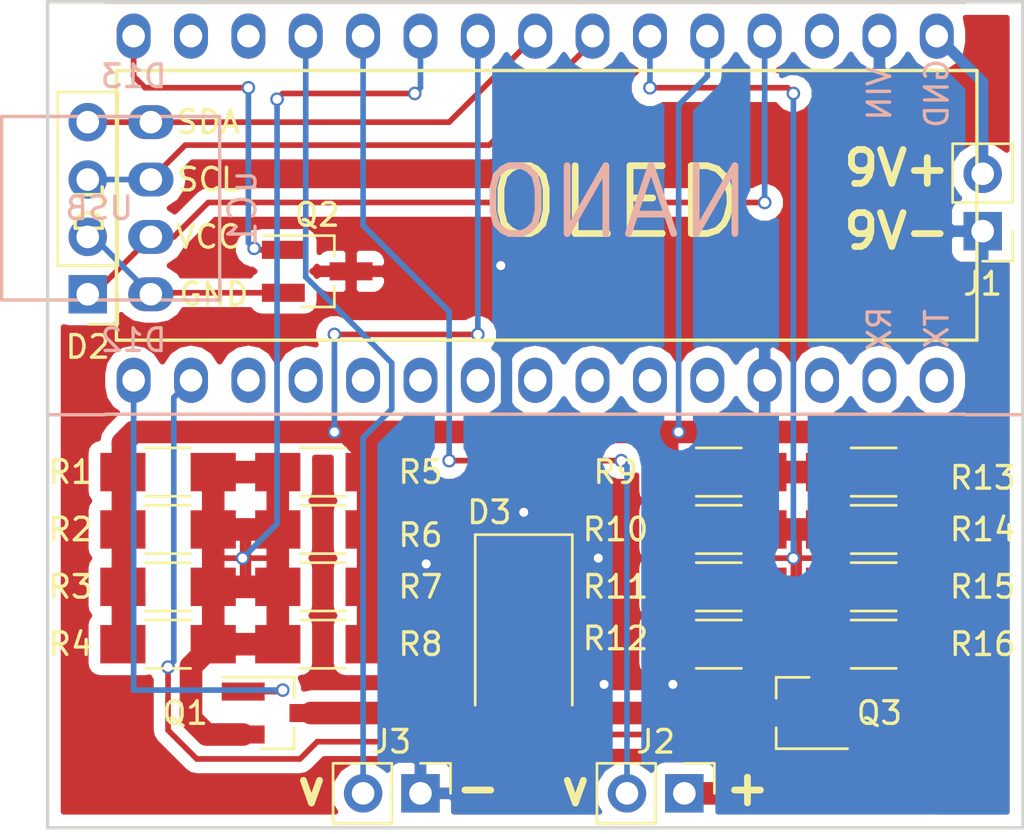
<source format=kicad_pcb>
(kicad_pcb (version 4) (host pcbnew 4.0.7)

  (general
    (links 57)
    (no_connects 0)
    (area 128.380286 47.730999 177.166191 87.900857)
    (thickness 1.6)
    (drawings 13)
    (tracks 203)
    (zones 0)
    (modules 26)
    (nets 31)
  )

  (page A4)
  (layers
    (0 F.Cu signal)
    (31 B.Cu signal)
    (32 B.Adhes user)
    (33 F.Adhes user)
    (34 B.Paste user)
    (35 F.Paste user)
    (36 B.SilkS user)
    (37 F.SilkS user)
    (38 B.Mask user)
    (39 F.Mask user)
    (40 Dwgs.User user)
    (41 Cmts.User user)
    (42 Eco1.User user)
    (43 Eco2.User user)
    (44 Edge.Cuts user)
    (45 Margin user)
    (46 B.CrtYd user)
    (47 F.CrtYd user)
    (48 B.Fab user)
    (49 F.Fab user hide)
  )

  (setup
    (last_trace_width 0.5)
    (user_trace_width 0.5)
    (user_trace_width 0.75)
    (user_trace_width 1)
    (trace_clearance 0.2)
    (zone_clearance 0.508)
    (zone_45_only no)
    (trace_min 0.2)
    (segment_width 0.2)
    (edge_width 0.15)
    (via_size 0.6)
    (via_drill 0.4)
    (via_min_size 0.4)
    (via_min_drill 0.3)
    (uvia_size 0.3)
    (uvia_drill 0.1)
    (uvias_allowed no)
    (uvia_min_size 0.2)
    (uvia_min_drill 0.1)
    (pcb_text_width 0.3)
    (pcb_text_size 1.5 1.5)
    (mod_edge_width 0.15)
    (mod_text_size 1 1)
    (mod_text_width 0.15)
    (pad_size 1.524 1.524)
    (pad_drill 0.762)
    (pad_to_mask_clearance 0.2)
    (aux_axis_origin 0 0)
    (visible_elements FFFEFF7F)
    (pcbplotparams
      (layerselection 0x010f0_80000001)
      (usegerberextensions false)
      (excludeedgelayer false)
      (linewidth 0.150000)
      (plotframeref false)
      (viasonmask false)
      (mode 1)
      (useauxorigin true)
      (hpglpennumber 1)
      (hpglpenspeed 20)
      (hpglpendiameter 15)
      (hpglpenoverlay 2)
      (psnegative false)
      (psa4output false)
      (plotreference true)
      (plotvalue false)
      (plotinvisibletext false)
      (padsonsilk false)
      (subtractmaskfromsilk false)
      (outputformat 1)
      (mirror false)
      (drillshape 0)
      (scaleselection 1)
      (outputdirectory ""))
  )

  (net 0 "")
  (net 1 SDA)
  (net 2 SCL)
  (net 3 +5V)
  (net 4 OLED_GND)
  (net 5 GND)
  (net 6 TEST_GND)
  (net 7 +9V)
  (net 8 R1HIGH)
  (net 9 VTEST_H)
  (net 10 VTEST_L)
  (net 11 R1GATE)
  (net 12 R1LOW)
  (net 13 OLED_ON)
  (net 14 R2GATE)
  (net 15 R2LOW)
  (net 16 "Net-(uC1-Pad2)")
  (net 17 "Net-(uC1-Pad28)")
  (net 18 "Net-(uC1-Pad3)")
  (net 19 "Net-(uC1-Pad27)")
  (net 20 "Net-(uC1-Pad26)")
  (net 21 "Net-(uC1-Pad25)")
  (net 22 "Net-(uC1-Pad24)")
  (net 23 "Net-(uC1-Pad23)")
  (net 24 "Net-(uC1-Pad22)")
  (net 25 "Net-(uC1-Pad21)")
  (net 26 "Net-(uC1-Pad20)")
  (net 27 "Net-(uC1-Pad18)")
  (net 28 "Net-(uC1-Pad13)")
  (net 29 "Net-(uC1-Pad17)")
  (net 30 "Net-(uC1-Pad16)")

  (net_class Default "This is the default net class."
    (clearance 0.2)
    (trace_width 0.25)
    (via_dia 0.6)
    (via_drill 0.4)
    (uvia_dia 0.3)
    (uvia_drill 0.1)
    (add_net +5V)
    (add_net +9V)
    (add_net GND)
    (add_net "Net-(uC1-Pad13)")
    (add_net "Net-(uC1-Pad16)")
    (add_net "Net-(uC1-Pad17)")
    (add_net "Net-(uC1-Pad18)")
    (add_net "Net-(uC1-Pad2)")
    (add_net "Net-(uC1-Pad20)")
    (add_net "Net-(uC1-Pad21)")
    (add_net "Net-(uC1-Pad22)")
    (add_net "Net-(uC1-Pad23)")
    (add_net "Net-(uC1-Pad24)")
    (add_net "Net-(uC1-Pad25)")
    (add_net "Net-(uC1-Pad26)")
    (add_net "Net-(uC1-Pad27)")
    (add_net "Net-(uC1-Pad28)")
    (add_net "Net-(uC1-Pad3)")
    (add_net OLED_GND)
    (add_net OLED_ON)
    (add_net R1GATE)
    (add_net R1HIGH)
    (add_net R1LOW)
    (add_net R2GATE)
    (add_net R2LOW)
    (add_net SCL)
    (add_net SDA)
    (add_net TEST_GND)
    (add_net VTEST_H)
    (add_net VTEST_L)
  )

  (module FootPrints:OLED_32X128-GVCD (layer F.Cu) (tedit 5B5B6FAC) (tstamp 5B8FC414)
    (at 137.16 57.15 270)
    (path /5B8FCEBE)
    (fp_text reference D1 (at 0 2.7 270) (layer F.SilkS)
      (effects (font (size 1.2 1.2) (thickness 0.15)))
    )
    (fp_text value I2C_OLED_GVCD (at 0 -14.986 270) (layer F.Fab)
      (effects (font (size 1.2 1.2) (thickness 0.15)))
    )
    (fp_text user SDA (at -3.81 -2.54 360) (layer F.SilkS)
      (effects (font (size 1 1) (thickness 0.15)))
    )
    (fp_text user SCL (at -1.27 -2.54 360) (layer F.SilkS)
      (effects (font (size 1 1) (thickness 0.15)))
    )
    (fp_text user VCC (at 1.27 -2.54 360) (layer F.SilkS)
      (effects (font (size 1 1) (thickness 0.15)))
    )
    (fp_text user GND (at 3.81 -2.794 360) (layer F.SilkS)
      (effects (font (size 1 1) (thickness 0.15)))
    )
    (fp_line (start -6.096 -36.576) (end 5.842 -36.576) (layer F.SilkS) (width 0.15))
    (fp_line (start 5.842 -36.576) (end 5.842 1.524) (layer F.SilkS) (width 0.15))
    (fp_line (start 5.842 1.524) (end -6.096 1.524) (layer F.SilkS) (width 0.15))
    (fp_line (start -6.096 1.524) (end -6.096 -36.576) (layer F.SilkS) (width 0.15))
    (pad 1 thru_hole oval (at -3.81 0 270) (size 1.5 2) (drill 1) (layers *.Cu *.Mask)
      (net 1 SDA))
    (pad 2 thru_hole oval (at -1.27 0 270) (size 1.5 2) (drill 1) (layers *.Cu *.Mask)
      (net 2 SCL))
    (pad 3 thru_hole oval (at 1.27 0 270) (size 1.5 2) (drill 1) (layers *.Cu *.Mask)
      (net 3 +5V))
    (pad 4 thru_hole oval (at 3.81 0 270) (size 1.5 2) (drill 1) (layers *.Cu *.Mask)
      (net 4 OLED_GND))
  )

  (module Pin_Headers:Pin_Header_Straight_1x04_Pitch2.54mm (layer F.Cu) (tedit 59650532) (tstamp 5B8FC41C)
    (at 134.366 60.96 180)
    (descr "Through hole straight pin header, 1x04, 2.54mm pitch, single row")
    (tags "Through hole pin header THT 1x04 2.54mm single row")
    (path /5B8FD000)
    (fp_text reference D2 (at 0 -2.33 180) (layer F.SilkS)
      (effects (font (size 1 1) (thickness 0.15)))
    )
    (fp_text value I2C_OLED_VGCD (at 0 9.95 180) (layer F.Fab)
      (effects (font (size 1 1) (thickness 0.15)))
    )
    (fp_line (start -0.635 -1.27) (end 1.27 -1.27) (layer F.Fab) (width 0.1))
    (fp_line (start 1.27 -1.27) (end 1.27 8.89) (layer F.Fab) (width 0.1))
    (fp_line (start 1.27 8.89) (end -1.27 8.89) (layer F.Fab) (width 0.1))
    (fp_line (start -1.27 8.89) (end -1.27 -0.635) (layer F.Fab) (width 0.1))
    (fp_line (start -1.27 -0.635) (end -0.635 -1.27) (layer F.Fab) (width 0.1))
    (fp_line (start -1.33 8.95) (end 1.33 8.95) (layer F.SilkS) (width 0.12))
    (fp_line (start -1.33 1.27) (end -1.33 8.95) (layer F.SilkS) (width 0.12))
    (fp_line (start 1.33 1.27) (end 1.33 8.95) (layer F.SilkS) (width 0.12))
    (fp_line (start -1.33 1.27) (end 1.33 1.27) (layer F.SilkS) (width 0.12))
    (fp_line (start -1.33 0) (end -1.33 -1.33) (layer F.SilkS) (width 0.12))
    (fp_line (start -1.33 -1.33) (end 0 -1.33) (layer F.SilkS) (width 0.12))
    (fp_line (start -1.8 -1.8) (end -1.8 9.4) (layer F.CrtYd) (width 0.05))
    (fp_line (start -1.8 9.4) (end 1.8 9.4) (layer F.CrtYd) (width 0.05))
    (fp_line (start 1.8 9.4) (end 1.8 -1.8) (layer F.CrtYd) (width 0.05))
    (fp_line (start 1.8 -1.8) (end -1.8 -1.8) (layer F.CrtYd) (width 0.05))
    (fp_text user %R (at 0 3.81 270) (layer F.Fab)
      (effects (font (size 1 1) (thickness 0.15)))
    )
    (pad 1 thru_hole rect (at 0 0 180) (size 1.7 1.7) (drill 1) (layers *.Cu *.Mask)
      (net 3 +5V))
    (pad 2 thru_hole oval (at 0 2.54 180) (size 1.7 1.7) (drill 1) (layers *.Cu *.Mask)
      (net 4 OLED_GND))
    (pad 3 thru_hole oval (at 0 5.08 180) (size 1.7 1.7) (drill 1) (layers *.Cu *.Mask)
      (net 2 SCL))
    (pad 4 thru_hole oval (at 0 7.62 180) (size 1.7 1.7) (drill 1) (layers *.Cu *.Mask)
      (net 1 SDA))
    (model ${KISYS3DMOD}/Pin_Headers.3dshapes/Pin_Header_Straight_1x04_Pitch2.54mm.wrl
      (at (xyz 0 0 0))
      (scale (xyz 1 1 1))
      (rotate (xyz 0 0 0))
    )
  )

  (module Diodes_SMD:D_SMA-SMB_Universal_Handsoldering (layer F.Cu) (tedit 5B8FCFCA) (tstamp 5B8FC422)
    (at 153.67 76.454 270)
    (descr "Diode, Universal, SMA (DO-214AC) or SMB (DO-214AA), Handsoldering,")
    (tags "Diode Universal SMA (DO-214AC) SMB (DO-214AA) Handsoldering ")
    (path /5B900CA5)
    (attr smd)
    (fp_text reference D3 (at -5.842 1.524 360) (layer F.SilkS)
      (effects (font (size 1 1) (thickness 0.15)))
    )
    (fp_text value D_Schottky (at 0 3.1 270) (layer F.Fab)
      (effects (font (size 1 1) (thickness 0.15)))
    )
    (fp_text user %R (at 0 -3 270) (layer F.Fab)
      (effects (font (size 1 1) (thickness 0.15)))
    )
    (fp_line (start -4.85 -2.15) (end -4.85 2.15) (layer F.SilkS) (width 0.12))
    (fp_line (start 2.3 2) (end -2.3 2) (layer F.Fab) (width 0.1))
    (fp_line (start -2.3 2) (end -2.3 -2) (layer F.Fab) (width 0.1))
    (fp_line (start 2.3 -2) (end 2.3 2) (layer F.Fab) (width 0.1))
    (fp_line (start 2.3 -2) (end -2.3 -2) (layer F.Fab) (width 0.1))
    (fp_line (start 2.3 1.5) (end -2.3 1.5) (layer F.Fab) (width 0.1))
    (fp_line (start -2.3 1.5) (end -2.3 -1.5) (layer F.Fab) (width 0.1))
    (fp_line (start 2.3 -1.5) (end 2.3 1.5) (layer F.Fab) (width 0.1))
    (fp_line (start 2.3 -1.5) (end -2.3 -1.5) (layer F.Fab) (width 0.1))
    (fp_line (start -4.95 -2.25) (end 4.95 -2.25) (layer F.CrtYd) (width 0.05))
    (fp_line (start 4.95 -2.25) (end 4.95 2.25) (layer F.CrtYd) (width 0.05))
    (fp_line (start 4.95 2.25) (end -4.95 2.25) (layer F.CrtYd) (width 0.05))
    (fp_line (start -4.95 2.25) (end -4.95 -2.25) (layer F.CrtYd) (width 0.05))
    (fp_line (start -0.64944 0.00102) (end -1.55114 0.00102) (layer F.Fab) (width 0.1))
    (fp_line (start 0.50118 0.00102) (end 1.4994 0.00102) (layer F.Fab) (width 0.1))
    (fp_line (start -0.64944 -0.79908) (end -0.64944 0.80112) (layer F.Fab) (width 0.1))
    (fp_line (start 0.50118 0.75032) (end 0.50118 -0.79908) (layer F.Fab) (width 0.1))
    (fp_line (start -0.64944 0.00102) (end 0.50118 0.75032) (layer F.Fab) (width 0.1))
    (fp_line (start -0.64944 0.00102) (end 0.50118 -0.79908) (layer F.Fab) (width 0.1))
    (fp_line (start -4.85 2.15) (end 2.7 2.15) (layer F.SilkS) (width 0.12))
    (fp_line (start -4.85 -2.15) (end 2.7 -2.15) (layer F.SilkS) (width 0.12))
    (pad 1 smd trapezoid (at -2.9 0 270) (size 3.6 1.7) (rect_delta 0.6 0 ) (layers F.Cu F.Paste F.Mask)
      (net 5 GND))
    (pad 2 smd trapezoid (at 2.9 0 90) (size 3.6 1.7) (rect_delta 0.6 0 ) (layers F.Cu F.Paste F.Mask)
      (net 6 TEST_GND))
    (model ${KISYS3DMOD}/Diodes_SMD.3dshapes/D_SMB.wrl
      (at (xyz 0 0 0))
      (scale (xyz 1 1 1))
      (rotate (xyz 0 0 0))
    )
  )

  (module TO_SOT_Packages_SMD:SOT-23_Handsoldering (layer F.Cu) (tedit 5B8FC811) (tstamp 5B8FC43B)
    (at 142.748 79.502)
    (descr "SOT-23, Handsoldering")
    (tags SOT-23)
    (path /5B8EF0C3)
    (attr smd)
    (fp_text reference Q1 (at -4.064 0) (layer F.SilkS)
      (effects (font (size 1 1) (thickness 0.15)))
    )
    (fp_text value AO3400 (at 0 2.5) (layer F.Fab)
      (effects (font (size 1 1) (thickness 0.15)))
    )
    (fp_text user %R (at 0 0 90) (layer F.Fab)
      (effects (font (size 0.5 0.5) (thickness 0.075)))
    )
    (fp_line (start 0.76 1.58) (end 0.76 0.65) (layer F.SilkS) (width 0.12))
    (fp_line (start 0.76 -1.58) (end 0.76 -0.65) (layer F.SilkS) (width 0.12))
    (fp_line (start -2.7 -1.75) (end 2.7 -1.75) (layer F.CrtYd) (width 0.05))
    (fp_line (start 2.7 -1.75) (end 2.7 1.75) (layer F.CrtYd) (width 0.05))
    (fp_line (start 2.7 1.75) (end -2.7 1.75) (layer F.CrtYd) (width 0.05))
    (fp_line (start -2.7 1.75) (end -2.7 -1.75) (layer F.CrtYd) (width 0.05))
    (fp_line (start 0.76 -1.58) (end -2.4 -1.58) (layer F.SilkS) (width 0.12))
    (fp_line (start -0.7 -0.95) (end -0.7 1.5) (layer F.Fab) (width 0.1))
    (fp_line (start -0.15 -1.52) (end 0.7 -1.52) (layer F.Fab) (width 0.1))
    (fp_line (start -0.7 -0.95) (end -0.15 -1.52) (layer F.Fab) (width 0.1))
    (fp_line (start 0.7 -1.52) (end 0.7 1.52) (layer F.Fab) (width 0.1))
    (fp_line (start -0.7 1.52) (end 0.7 1.52) (layer F.Fab) (width 0.1))
    (fp_line (start 0.76 1.58) (end -0.7 1.58) (layer F.SilkS) (width 0.12))
    (pad 1 smd rect (at -1.5 -0.95) (size 1.9 0.8) (layers F.Cu F.Paste F.Mask)
      (net 11 R1GATE))
    (pad 2 smd rect (at -1.5 0.95) (size 1.9 0.8) (layers F.Cu F.Paste F.Mask)
      (net 12 R1LOW))
    (pad 3 smd rect (at 1.5 0) (size 1.9 0.8) (layers F.Cu F.Paste F.Mask)
      (net 6 TEST_GND))
    (model ${KISYS3DMOD}/TO_SOT_Packages_SMD.3dshapes\SOT-23.wrl
      (at (xyz 0 0 0))
      (scale (xyz 1 1 1))
      (rotate (xyz 0 0 0))
    )
  )

  (module TO_SOT_Packages_SMD:SOT-23_Handsoldering (layer F.Cu) (tedit 58CE4E7E) (tstamp 5B8FC442)
    (at 144.526 59.944)
    (descr "SOT-23, Handsoldering")
    (tags SOT-23)
    (path /5B8FD12A)
    (attr smd)
    (fp_text reference Q2 (at 0 -2.5) (layer F.SilkS)
      (effects (font (size 1 1) (thickness 0.15)))
    )
    (fp_text value AO3400 (at 0 2.5) (layer F.Fab)
      (effects (font (size 1 1) (thickness 0.15)))
    )
    (fp_text user %R (at 0 0 90) (layer F.Fab)
      (effects (font (size 0.5 0.5) (thickness 0.075)))
    )
    (fp_line (start 0.76 1.58) (end 0.76 0.65) (layer F.SilkS) (width 0.12))
    (fp_line (start 0.76 -1.58) (end 0.76 -0.65) (layer F.SilkS) (width 0.12))
    (fp_line (start -2.7 -1.75) (end 2.7 -1.75) (layer F.CrtYd) (width 0.05))
    (fp_line (start 2.7 -1.75) (end 2.7 1.75) (layer F.CrtYd) (width 0.05))
    (fp_line (start 2.7 1.75) (end -2.7 1.75) (layer F.CrtYd) (width 0.05))
    (fp_line (start -2.7 1.75) (end -2.7 -1.75) (layer F.CrtYd) (width 0.05))
    (fp_line (start 0.76 -1.58) (end -2.4 -1.58) (layer F.SilkS) (width 0.12))
    (fp_line (start -0.7 -0.95) (end -0.7 1.5) (layer F.Fab) (width 0.1))
    (fp_line (start -0.15 -1.52) (end 0.7 -1.52) (layer F.Fab) (width 0.1))
    (fp_line (start -0.7 -0.95) (end -0.15 -1.52) (layer F.Fab) (width 0.1))
    (fp_line (start 0.7 -1.52) (end 0.7 1.52) (layer F.Fab) (width 0.1))
    (fp_line (start -0.7 1.52) (end 0.7 1.52) (layer F.Fab) (width 0.1))
    (fp_line (start 0.76 1.58) (end -0.7 1.58) (layer F.SilkS) (width 0.12))
    (pad 1 smd rect (at -1.5 -0.95) (size 1.9 0.8) (layers F.Cu F.Paste F.Mask)
      (net 13 OLED_ON))
    (pad 2 smd rect (at -1.5 0.95) (size 1.9 0.8) (layers F.Cu F.Paste F.Mask)
      (net 4 OLED_GND))
    (pad 3 smd rect (at 1.5 0) (size 1.9 0.8) (layers F.Cu F.Paste F.Mask)
      (net 5 GND))
    (model ${KISYS3DMOD}/TO_SOT_Packages_SMD.3dshapes\SOT-23.wrl
      (at (xyz 0 0 0))
      (scale (xyz 1 1 1))
      (rotate (xyz 0 0 0))
    )
  )

  (module TO_SOT_Packages_SMD:SOT-23_Handsoldering (layer F.Cu) (tedit 5B8FC80F) (tstamp 5B8FC449)
    (at 165.608 79.502 180)
    (descr "SOT-23, Handsoldering")
    (tags SOT-23)
    (path /5B8EF8A9)
    (attr smd)
    (fp_text reference Q3 (at -3.81 0 180) (layer F.SilkS)
      (effects (font (size 1 1) (thickness 0.15)))
    )
    (fp_text value AO3400 (at 0 2.5 180) (layer F.Fab)
      (effects (font (size 1 1) (thickness 0.15)))
    )
    (fp_text user %R (at 0 0 270) (layer F.Fab)
      (effects (font (size 0.5 0.5) (thickness 0.075)))
    )
    (fp_line (start 0.76 1.58) (end 0.76 0.65) (layer F.SilkS) (width 0.12))
    (fp_line (start 0.76 -1.58) (end 0.76 -0.65) (layer F.SilkS) (width 0.12))
    (fp_line (start -2.7 -1.75) (end 2.7 -1.75) (layer F.CrtYd) (width 0.05))
    (fp_line (start 2.7 -1.75) (end 2.7 1.75) (layer F.CrtYd) (width 0.05))
    (fp_line (start 2.7 1.75) (end -2.7 1.75) (layer F.CrtYd) (width 0.05))
    (fp_line (start -2.7 1.75) (end -2.7 -1.75) (layer F.CrtYd) (width 0.05))
    (fp_line (start 0.76 -1.58) (end -2.4 -1.58) (layer F.SilkS) (width 0.12))
    (fp_line (start -0.7 -0.95) (end -0.7 1.5) (layer F.Fab) (width 0.1))
    (fp_line (start -0.15 -1.52) (end 0.7 -1.52) (layer F.Fab) (width 0.1))
    (fp_line (start -0.7 -0.95) (end -0.15 -1.52) (layer F.Fab) (width 0.1))
    (fp_line (start 0.7 -1.52) (end 0.7 1.52) (layer F.Fab) (width 0.1))
    (fp_line (start -0.7 1.52) (end 0.7 1.52) (layer F.Fab) (width 0.1))
    (fp_line (start 0.76 1.58) (end -0.7 1.58) (layer F.SilkS) (width 0.12))
    (pad 1 smd rect (at -1.5 -0.95 180) (size 1.9 0.8) (layers F.Cu F.Paste F.Mask)
      (net 14 R2GATE))
    (pad 2 smd rect (at -1.5 0.95 180) (size 1.9 0.8) (layers F.Cu F.Paste F.Mask)
      (net 15 R2LOW))
    (pad 3 smd rect (at 1.5 0 180) (size 1.9 0.8) (layers F.Cu F.Paste F.Mask)
      (net 6 TEST_GND))
    (model ${KISYS3DMOD}/TO_SOT_Packages_SMD.3dshapes\SOT-23.wrl
      (at (xyz 0 0 0))
      (scale (xyz 1 1 1))
      (rotate (xyz 0 0 0))
    )
  )

  (module Resistors_SMD:R_1206_HandSoldering (layer F.Cu) (tedit 5B8FC6AD) (tstamp 5B8FC44F)
    (at 137.922 68.834)
    (descr "Resistor SMD 1206, hand soldering")
    (tags "resistor 1206")
    (path /5B8EF241)
    (attr smd)
    (fp_text reference R1 (at -4.318 0) (layer F.SilkS)
      (effects (font (size 1 1) (thickness 0.15)))
    )
    (fp_text value 47R (at 0 1.9) (layer F.Fab)
      (effects (font (size 1 1) (thickness 0.15)))
    )
    (fp_text user %R (at 0 0) (layer F.Fab)
      (effects (font (size 0.7 0.7) (thickness 0.105)))
    )
    (fp_line (start -1.6 0.8) (end -1.6 -0.8) (layer F.Fab) (width 0.1))
    (fp_line (start 1.6 0.8) (end -1.6 0.8) (layer F.Fab) (width 0.1))
    (fp_line (start 1.6 -0.8) (end 1.6 0.8) (layer F.Fab) (width 0.1))
    (fp_line (start -1.6 -0.8) (end 1.6 -0.8) (layer F.Fab) (width 0.1))
    (fp_line (start 1 1.07) (end -1 1.07) (layer F.SilkS) (width 0.12))
    (fp_line (start -1 -1.07) (end 1 -1.07) (layer F.SilkS) (width 0.12))
    (fp_line (start -3.25 -1.11) (end 3.25 -1.11) (layer F.CrtYd) (width 0.05))
    (fp_line (start -3.25 -1.11) (end -3.25 1.1) (layer F.CrtYd) (width 0.05))
    (fp_line (start 3.25 1.1) (end 3.25 -1.11) (layer F.CrtYd) (width 0.05))
    (fp_line (start 3.25 1.1) (end -3.25 1.1) (layer F.CrtYd) (width 0.05))
    (pad 1 smd rect (at -2 0) (size 2 1.7) (layers F.Cu F.Paste F.Mask)
      (net 8 R1HIGH))
    (pad 2 smd rect (at 2 0) (size 2 1.7) (layers F.Cu F.Paste F.Mask)
      (net 12 R1LOW))
    (model ${KISYS3DMOD}/Resistors_SMD.3dshapes/R_1206.wrl
      (at (xyz 0 0 0))
      (scale (xyz 1 1 1))
      (rotate (xyz 0 0 0))
    )
  )

  (module Resistors_SMD:R_1206_HandSoldering (layer F.Cu) (tedit 5B8FC6B0) (tstamp 5B8FC455)
    (at 137.922 71.374)
    (descr "Resistor SMD 1206, hand soldering")
    (tags "resistor 1206")
    (path /5B8EF23B)
    (attr smd)
    (fp_text reference R2 (at -4.318 0) (layer F.SilkS)
      (effects (font (size 1 1) (thickness 0.15)))
    )
    (fp_text value 47R (at 0 1.9) (layer F.Fab)
      (effects (font (size 1 1) (thickness 0.15)))
    )
    (fp_text user %R (at 0 0) (layer F.Fab)
      (effects (font (size 0.7 0.7) (thickness 0.105)))
    )
    (fp_line (start -1.6 0.8) (end -1.6 -0.8) (layer F.Fab) (width 0.1))
    (fp_line (start 1.6 0.8) (end -1.6 0.8) (layer F.Fab) (width 0.1))
    (fp_line (start 1.6 -0.8) (end 1.6 0.8) (layer F.Fab) (width 0.1))
    (fp_line (start -1.6 -0.8) (end 1.6 -0.8) (layer F.Fab) (width 0.1))
    (fp_line (start 1 1.07) (end -1 1.07) (layer F.SilkS) (width 0.12))
    (fp_line (start -1 -1.07) (end 1 -1.07) (layer F.SilkS) (width 0.12))
    (fp_line (start -3.25 -1.11) (end 3.25 -1.11) (layer F.CrtYd) (width 0.05))
    (fp_line (start -3.25 -1.11) (end -3.25 1.1) (layer F.CrtYd) (width 0.05))
    (fp_line (start 3.25 1.1) (end 3.25 -1.11) (layer F.CrtYd) (width 0.05))
    (fp_line (start 3.25 1.1) (end -3.25 1.1) (layer F.CrtYd) (width 0.05))
    (pad 1 smd rect (at -2 0) (size 2 1.7) (layers F.Cu F.Paste F.Mask)
      (net 8 R1HIGH))
    (pad 2 smd rect (at 2 0) (size 2 1.7) (layers F.Cu F.Paste F.Mask)
      (net 12 R1LOW))
    (model ${KISYS3DMOD}/Resistors_SMD.3dshapes/R_1206.wrl
      (at (xyz 0 0 0))
      (scale (xyz 1 1 1))
      (rotate (xyz 0 0 0))
    )
  )

  (module Resistors_SMD:R_1206_HandSoldering (layer F.Cu) (tedit 5B8FC6B3) (tstamp 5B8FC45B)
    (at 137.922 73.914)
    (descr "Resistor SMD 1206, hand soldering")
    (tags "resistor 1206")
    (path /5B8FFED4)
    (attr smd)
    (fp_text reference R3 (at -4.318 0) (layer F.SilkS)
      (effects (font (size 1 1) (thickness 0.15)))
    )
    (fp_text value 47R (at 0 1.9) (layer F.Fab)
      (effects (font (size 1 1) (thickness 0.15)))
    )
    (fp_text user %R (at 0 0) (layer F.Fab)
      (effects (font (size 0.7 0.7) (thickness 0.105)))
    )
    (fp_line (start -1.6 0.8) (end -1.6 -0.8) (layer F.Fab) (width 0.1))
    (fp_line (start 1.6 0.8) (end -1.6 0.8) (layer F.Fab) (width 0.1))
    (fp_line (start 1.6 -0.8) (end 1.6 0.8) (layer F.Fab) (width 0.1))
    (fp_line (start -1.6 -0.8) (end 1.6 -0.8) (layer F.Fab) (width 0.1))
    (fp_line (start 1 1.07) (end -1 1.07) (layer F.SilkS) (width 0.12))
    (fp_line (start -1 -1.07) (end 1 -1.07) (layer F.SilkS) (width 0.12))
    (fp_line (start -3.25 -1.11) (end 3.25 -1.11) (layer F.CrtYd) (width 0.05))
    (fp_line (start -3.25 -1.11) (end -3.25 1.1) (layer F.CrtYd) (width 0.05))
    (fp_line (start 3.25 1.1) (end 3.25 -1.11) (layer F.CrtYd) (width 0.05))
    (fp_line (start 3.25 1.1) (end -3.25 1.1) (layer F.CrtYd) (width 0.05))
    (pad 1 smd rect (at -2 0) (size 2 1.7) (layers F.Cu F.Paste F.Mask)
      (net 8 R1HIGH))
    (pad 2 smd rect (at 2 0) (size 2 1.7) (layers F.Cu F.Paste F.Mask)
      (net 12 R1LOW))
    (model ${KISYS3DMOD}/Resistors_SMD.3dshapes/R_1206.wrl
      (at (xyz 0 0 0))
      (scale (xyz 1 1 1))
      (rotate (xyz 0 0 0))
    )
  )

  (module Resistors_SMD:R_1206_HandSoldering (layer F.Cu) (tedit 5B8FC6B6) (tstamp 5B8FC461)
    (at 137.922 76.454)
    (descr "Resistor SMD 1206, hand soldering")
    (tags "resistor 1206")
    (path /5B8FFF32)
    (attr smd)
    (fp_text reference R4 (at -4.318 0) (layer F.SilkS)
      (effects (font (size 1 1) (thickness 0.15)))
    )
    (fp_text value 47R (at 0 1.9) (layer F.Fab)
      (effects (font (size 1 1) (thickness 0.15)))
    )
    (fp_text user %R (at 0 0) (layer F.Fab)
      (effects (font (size 0.7 0.7) (thickness 0.105)))
    )
    (fp_line (start -1.6 0.8) (end -1.6 -0.8) (layer F.Fab) (width 0.1))
    (fp_line (start 1.6 0.8) (end -1.6 0.8) (layer F.Fab) (width 0.1))
    (fp_line (start 1.6 -0.8) (end 1.6 0.8) (layer F.Fab) (width 0.1))
    (fp_line (start -1.6 -0.8) (end 1.6 -0.8) (layer F.Fab) (width 0.1))
    (fp_line (start 1 1.07) (end -1 1.07) (layer F.SilkS) (width 0.12))
    (fp_line (start -1 -1.07) (end 1 -1.07) (layer F.SilkS) (width 0.12))
    (fp_line (start -3.25 -1.11) (end 3.25 -1.11) (layer F.CrtYd) (width 0.05))
    (fp_line (start -3.25 -1.11) (end -3.25 1.1) (layer F.CrtYd) (width 0.05))
    (fp_line (start 3.25 1.1) (end 3.25 -1.11) (layer F.CrtYd) (width 0.05))
    (fp_line (start 3.25 1.1) (end -3.25 1.1) (layer F.CrtYd) (width 0.05))
    (pad 1 smd rect (at -2 0) (size 2 1.7) (layers F.Cu F.Paste F.Mask)
      (net 8 R1HIGH))
    (pad 2 smd rect (at 2 0) (size 2 1.7) (layers F.Cu F.Paste F.Mask)
      (net 12 R1LOW))
    (model ${KISYS3DMOD}/Resistors_SMD.3dshapes/R_1206.wrl
      (at (xyz 0 0 0))
      (scale (xyz 1 1 1))
      (rotate (xyz 0 0 0))
    )
  )

  (module Resistors_SMD:R_1206_HandSoldering (layer F.Cu) (tedit 5B8FC6AB) (tstamp 5B8FC467)
    (at 144.78 68.834 180)
    (descr "Resistor SMD 1206, hand soldering")
    (tags "resistor 1206")
    (path /5B8FFF75)
    (attr smd)
    (fp_text reference R5 (at -4.318 0 180) (layer F.SilkS)
      (effects (font (size 1 1) (thickness 0.15)))
    )
    (fp_text value 47R (at 0 1.9 180) (layer F.Fab)
      (effects (font (size 1 1) (thickness 0.15)))
    )
    (fp_text user %R (at 0 0 180) (layer F.Fab)
      (effects (font (size 0.7 0.7) (thickness 0.105)))
    )
    (fp_line (start -1.6 0.8) (end -1.6 -0.8) (layer F.Fab) (width 0.1))
    (fp_line (start 1.6 0.8) (end -1.6 0.8) (layer F.Fab) (width 0.1))
    (fp_line (start 1.6 -0.8) (end 1.6 0.8) (layer F.Fab) (width 0.1))
    (fp_line (start -1.6 -0.8) (end 1.6 -0.8) (layer F.Fab) (width 0.1))
    (fp_line (start 1 1.07) (end -1 1.07) (layer F.SilkS) (width 0.12))
    (fp_line (start -1 -1.07) (end 1 -1.07) (layer F.SilkS) (width 0.12))
    (fp_line (start -3.25 -1.11) (end 3.25 -1.11) (layer F.CrtYd) (width 0.05))
    (fp_line (start -3.25 -1.11) (end -3.25 1.1) (layer F.CrtYd) (width 0.05))
    (fp_line (start 3.25 1.1) (end 3.25 -1.11) (layer F.CrtYd) (width 0.05))
    (fp_line (start 3.25 1.1) (end -3.25 1.1) (layer F.CrtYd) (width 0.05))
    (pad 1 smd rect (at -2 0 180) (size 2 1.7) (layers F.Cu F.Paste F.Mask)
      (net 8 R1HIGH))
    (pad 2 smd rect (at 2 0 180) (size 2 1.7) (layers F.Cu F.Paste F.Mask)
      (net 12 R1LOW))
    (model ${KISYS3DMOD}/Resistors_SMD.3dshapes/R_1206.wrl
      (at (xyz 0 0 0))
      (scale (xyz 1 1 1))
      (rotate (xyz 0 0 0))
    )
  )

  (module Resistors_SMD:R_1206_HandSoldering (layer F.Cu) (tedit 5B8FC6A8) (tstamp 5B8FC46D)
    (at 144.78 71.374 180)
    (descr "Resistor SMD 1206, hand soldering")
    (tags "resistor 1206")
    (path /5B8FFFBF)
    (attr smd)
    (fp_text reference R6 (at -4.318 -0.254 180) (layer F.SilkS)
      (effects (font (size 1 1) (thickness 0.15)))
    )
    (fp_text value 47R (at 0 1.9 180) (layer F.Fab)
      (effects (font (size 1 1) (thickness 0.15)))
    )
    (fp_text user %R (at 0 0 180) (layer F.Fab)
      (effects (font (size 0.7 0.7) (thickness 0.105)))
    )
    (fp_line (start -1.6 0.8) (end -1.6 -0.8) (layer F.Fab) (width 0.1))
    (fp_line (start 1.6 0.8) (end -1.6 0.8) (layer F.Fab) (width 0.1))
    (fp_line (start 1.6 -0.8) (end 1.6 0.8) (layer F.Fab) (width 0.1))
    (fp_line (start -1.6 -0.8) (end 1.6 -0.8) (layer F.Fab) (width 0.1))
    (fp_line (start 1 1.07) (end -1 1.07) (layer F.SilkS) (width 0.12))
    (fp_line (start -1 -1.07) (end 1 -1.07) (layer F.SilkS) (width 0.12))
    (fp_line (start -3.25 -1.11) (end 3.25 -1.11) (layer F.CrtYd) (width 0.05))
    (fp_line (start -3.25 -1.11) (end -3.25 1.1) (layer F.CrtYd) (width 0.05))
    (fp_line (start 3.25 1.1) (end 3.25 -1.11) (layer F.CrtYd) (width 0.05))
    (fp_line (start 3.25 1.1) (end -3.25 1.1) (layer F.CrtYd) (width 0.05))
    (pad 1 smd rect (at -2 0 180) (size 2 1.7) (layers F.Cu F.Paste F.Mask)
      (net 8 R1HIGH))
    (pad 2 smd rect (at 2 0 180) (size 2 1.7) (layers F.Cu F.Paste F.Mask)
      (net 12 R1LOW))
    (model ${KISYS3DMOD}/Resistors_SMD.3dshapes/R_1206.wrl
      (at (xyz 0 0 0))
      (scale (xyz 1 1 1))
      (rotate (xyz 0 0 0))
    )
  )

  (module Resistors_SMD:R_1206_HandSoldering (layer F.Cu) (tedit 5B8FC6A3) (tstamp 5B8FC473)
    (at 144.78 73.914 180)
    (descr "Resistor SMD 1206, hand soldering")
    (tags "resistor 1206")
    (path /5B900006)
    (attr smd)
    (fp_text reference R7 (at -4.318 0 180) (layer F.SilkS)
      (effects (font (size 1 1) (thickness 0.15)))
    )
    (fp_text value 47R (at 0 1.9 180) (layer F.Fab)
      (effects (font (size 1 1) (thickness 0.15)))
    )
    (fp_text user %R (at 0 0 180) (layer F.Fab)
      (effects (font (size 0.7 0.7) (thickness 0.105)))
    )
    (fp_line (start -1.6 0.8) (end -1.6 -0.8) (layer F.Fab) (width 0.1))
    (fp_line (start 1.6 0.8) (end -1.6 0.8) (layer F.Fab) (width 0.1))
    (fp_line (start 1.6 -0.8) (end 1.6 0.8) (layer F.Fab) (width 0.1))
    (fp_line (start -1.6 -0.8) (end 1.6 -0.8) (layer F.Fab) (width 0.1))
    (fp_line (start 1 1.07) (end -1 1.07) (layer F.SilkS) (width 0.12))
    (fp_line (start -1 -1.07) (end 1 -1.07) (layer F.SilkS) (width 0.12))
    (fp_line (start -3.25 -1.11) (end 3.25 -1.11) (layer F.CrtYd) (width 0.05))
    (fp_line (start -3.25 -1.11) (end -3.25 1.1) (layer F.CrtYd) (width 0.05))
    (fp_line (start 3.25 1.1) (end 3.25 -1.11) (layer F.CrtYd) (width 0.05))
    (fp_line (start 3.25 1.1) (end -3.25 1.1) (layer F.CrtYd) (width 0.05))
    (pad 1 smd rect (at -2 0 180) (size 2 1.7) (layers F.Cu F.Paste F.Mask)
      (net 8 R1HIGH))
    (pad 2 smd rect (at 2 0 180) (size 2 1.7) (layers F.Cu F.Paste F.Mask)
      (net 12 R1LOW))
    (model ${KISYS3DMOD}/Resistors_SMD.3dshapes/R_1206.wrl
      (at (xyz 0 0 0))
      (scale (xyz 1 1 1))
      (rotate (xyz 0 0 0))
    )
  )

  (module Resistors_SMD:R_1206_HandSoldering (layer F.Cu) (tedit 5B8FC69D) (tstamp 5B8FC479)
    (at 144.78 76.454 180)
    (descr "Resistor SMD 1206, hand soldering")
    (tags "resistor 1206")
    (path /5B900050)
    (attr smd)
    (fp_text reference R8 (at -4.318 0 180) (layer F.SilkS)
      (effects (font (size 1 1) (thickness 0.15)))
    )
    (fp_text value 47R (at 0 1.9 180) (layer F.Fab)
      (effects (font (size 1 1) (thickness 0.15)))
    )
    (fp_text user %R (at 0 0 180) (layer F.Fab)
      (effects (font (size 0.7 0.7) (thickness 0.105)))
    )
    (fp_line (start -1.6 0.8) (end -1.6 -0.8) (layer F.Fab) (width 0.1))
    (fp_line (start 1.6 0.8) (end -1.6 0.8) (layer F.Fab) (width 0.1))
    (fp_line (start 1.6 -0.8) (end 1.6 0.8) (layer F.Fab) (width 0.1))
    (fp_line (start -1.6 -0.8) (end 1.6 -0.8) (layer F.Fab) (width 0.1))
    (fp_line (start 1 1.07) (end -1 1.07) (layer F.SilkS) (width 0.12))
    (fp_line (start -1 -1.07) (end 1 -1.07) (layer F.SilkS) (width 0.12))
    (fp_line (start -3.25 -1.11) (end 3.25 -1.11) (layer F.CrtYd) (width 0.05))
    (fp_line (start -3.25 -1.11) (end -3.25 1.1) (layer F.CrtYd) (width 0.05))
    (fp_line (start 3.25 1.1) (end 3.25 -1.11) (layer F.CrtYd) (width 0.05))
    (fp_line (start 3.25 1.1) (end -3.25 1.1) (layer F.CrtYd) (width 0.05))
    (pad 1 smd rect (at -2 0 180) (size 2 1.7) (layers F.Cu F.Paste F.Mask)
      (net 8 R1HIGH))
    (pad 2 smd rect (at 2 0 180) (size 2 1.7) (layers F.Cu F.Paste F.Mask)
      (net 12 R1LOW))
    (model ${KISYS3DMOD}/Resistors_SMD.3dshapes/R_1206.wrl
      (at (xyz 0 0 0))
      (scale (xyz 1 1 1))
      (rotate (xyz 0 0 0))
    )
  )

  (module Resistors_SMD:R_1206_HandSoldering (layer F.Cu) (tedit 5B8FC688) (tstamp 5B8FC47F)
    (at 162.306 68.834)
    (descr "Resistor SMD 1206, hand soldering")
    (tags "resistor 1206")
    (path /5B9002FF)
    (attr smd)
    (fp_text reference R9 (at -4.572 0) (layer F.SilkS)
      (effects (font (size 1 1) (thickness 0.15)))
    )
    (fp_text value 47R (at 0 1.9) (layer F.Fab)
      (effects (font (size 1 1) (thickness 0.15)))
    )
    (fp_text user %R (at 0 0) (layer F.Fab)
      (effects (font (size 0.7 0.7) (thickness 0.105)))
    )
    (fp_line (start -1.6 0.8) (end -1.6 -0.8) (layer F.Fab) (width 0.1))
    (fp_line (start 1.6 0.8) (end -1.6 0.8) (layer F.Fab) (width 0.1))
    (fp_line (start 1.6 -0.8) (end 1.6 0.8) (layer F.Fab) (width 0.1))
    (fp_line (start -1.6 -0.8) (end 1.6 -0.8) (layer F.Fab) (width 0.1))
    (fp_line (start 1 1.07) (end -1 1.07) (layer F.SilkS) (width 0.12))
    (fp_line (start -1 -1.07) (end 1 -1.07) (layer F.SilkS) (width 0.12))
    (fp_line (start -3.25 -1.11) (end 3.25 -1.11) (layer F.CrtYd) (width 0.05))
    (fp_line (start -3.25 -1.11) (end -3.25 1.1) (layer F.CrtYd) (width 0.05))
    (fp_line (start 3.25 1.1) (end 3.25 -1.11) (layer F.CrtYd) (width 0.05))
    (fp_line (start 3.25 1.1) (end -3.25 1.1) (layer F.CrtYd) (width 0.05))
    (pad 1 smd rect (at -2 0) (size 2 1.7) (layers F.Cu F.Paste F.Mask)
      (net 8 R1HIGH))
    (pad 2 smd rect (at 2 0) (size 2 1.7) (layers F.Cu F.Paste F.Mask)
      (net 15 R2LOW))
    (model ${KISYS3DMOD}/Resistors_SMD.3dshapes/R_1206.wrl
      (at (xyz 0 0 0))
      (scale (xyz 1 1 1))
      (rotate (xyz 0 0 0))
    )
  )

  (module Resistors_SMD:R_1206_HandSoldering (layer F.Cu) (tedit 5B8FC69A) (tstamp 5B8FC485)
    (at 162.306 71.374)
    (descr "Resistor SMD 1206, hand soldering")
    (tags "resistor 1206")
    (path /5B9002F9)
    (attr smd)
    (fp_text reference R10 (at -4.572 0) (layer F.SilkS)
      (effects (font (size 1 1) (thickness 0.15)))
    )
    (fp_text value 47R (at 0 1.9) (layer F.Fab)
      (effects (font (size 1 1) (thickness 0.15)))
    )
    (fp_text user %R (at 0 0) (layer F.Fab)
      (effects (font (size 0.7 0.7) (thickness 0.105)))
    )
    (fp_line (start -1.6 0.8) (end -1.6 -0.8) (layer F.Fab) (width 0.1))
    (fp_line (start 1.6 0.8) (end -1.6 0.8) (layer F.Fab) (width 0.1))
    (fp_line (start 1.6 -0.8) (end 1.6 0.8) (layer F.Fab) (width 0.1))
    (fp_line (start -1.6 -0.8) (end 1.6 -0.8) (layer F.Fab) (width 0.1))
    (fp_line (start 1 1.07) (end -1 1.07) (layer F.SilkS) (width 0.12))
    (fp_line (start -1 -1.07) (end 1 -1.07) (layer F.SilkS) (width 0.12))
    (fp_line (start -3.25 -1.11) (end 3.25 -1.11) (layer F.CrtYd) (width 0.05))
    (fp_line (start -3.25 -1.11) (end -3.25 1.1) (layer F.CrtYd) (width 0.05))
    (fp_line (start 3.25 1.1) (end 3.25 -1.11) (layer F.CrtYd) (width 0.05))
    (fp_line (start 3.25 1.1) (end -3.25 1.1) (layer F.CrtYd) (width 0.05))
    (pad 1 smd rect (at -2 0) (size 2 1.7) (layers F.Cu F.Paste F.Mask)
      (net 8 R1HIGH))
    (pad 2 smd rect (at 2 0) (size 2 1.7) (layers F.Cu F.Paste F.Mask)
      (net 15 R2LOW))
    (model ${KISYS3DMOD}/Resistors_SMD.3dshapes/R_1206.wrl
      (at (xyz 0 0 0))
      (scale (xyz 1 1 1))
      (rotate (xyz 0 0 0))
    )
  )

  (module Resistors_SMD:R_1206_HandSoldering (layer F.Cu) (tedit 5B8FC694) (tstamp 5B8FC48B)
    (at 162.306 73.914)
    (descr "Resistor SMD 1206, hand soldering")
    (tags "resistor 1206")
    (path /5B900305)
    (attr smd)
    (fp_text reference R11 (at -4.572 0) (layer F.SilkS)
      (effects (font (size 1 1) (thickness 0.15)))
    )
    (fp_text value 47R (at 0 1.9) (layer F.Fab)
      (effects (font (size 1 1) (thickness 0.15)))
    )
    (fp_text user %R (at 0 0) (layer F.Fab)
      (effects (font (size 0.7 0.7) (thickness 0.105)))
    )
    (fp_line (start -1.6 0.8) (end -1.6 -0.8) (layer F.Fab) (width 0.1))
    (fp_line (start 1.6 0.8) (end -1.6 0.8) (layer F.Fab) (width 0.1))
    (fp_line (start 1.6 -0.8) (end 1.6 0.8) (layer F.Fab) (width 0.1))
    (fp_line (start -1.6 -0.8) (end 1.6 -0.8) (layer F.Fab) (width 0.1))
    (fp_line (start 1 1.07) (end -1 1.07) (layer F.SilkS) (width 0.12))
    (fp_line (start -1 -1.07) (end 1 -1.07) (layer F.SilkS) (width 0.12))
    (fp_line (start -3.25 -1.11) (end 3.25 -1.11) (layer F.CrtYd) (width 0.05))
    (fp_line (start -3.25 -1.11) (end -3.25 1.1) (layer F.CrtYd) (width 0.05))
    (fp_line (start 3.25 1.1) (end 3.25 -1.11) (layer F.CrtYd) (width 0.05))
    (fp_line (start 3.25 1.1) (end -3.25 1.1) (layer F.CrtYd) (width 0.05))
    (pad 1 smd rect (at -2 0) (size 2 1.7) (layers F.Cu F.Paste F.Mask)
      (net 8 R1HIGH))
    (pad 2 smd rect (at 2 0) (size 2 1.7) (layers F.Cu F.Paste F.Mask)
      (net 15 R2LOW))
    (model ${KISYS3DMOD}/Resistors_SMD.3dshapes/R_1206.wrl
      (at (xyz 0 0 0))
      (scale (xyz 1 1 1))
      (rotate (xyz 0 0 0))
    )
  )

  (module Resistors_SMD:R_1206_HandSoldering (layer F.Cu) (tedit 5B8FC699) (tstamp 5B8FC491)
    (at 162.306 76.454)
    (descr "Resistor SMD 1206, hand soldering")
    (tags "resistor 1206")
    (path /5B90030B)
    (attr smd)
    (fp_text reference R12 (at -4.572 -0.254) (layer F.SilkS)
      (effects (font (size 1 1) (thickness 0.15)))
    )
    (fp_text value 47R (at 0 1.9) (layer F.Fab)
      (effects (font (size 1 1) (thickness 0.15)))
    )
    (fp_text user %R (at 0 0) (layer F.Fab)
      (effects (font (size 0.7 0.7) (thickness 0.105)))
    )
    (fp_line (start -1.6 0.8) (end -1.6 -0.8) (layer F.Fab) (width 0.1))
    (fp_line (start 1.6 0.8) (end -1.6 0.8) (layer F.Fab) (width 0.1))
    (fp_line (start 1.6 -0.8) (end 1.6 0.8) (layer F.Fab) (width 0.1))
    (fp_line (start -1.6 -0.8) (end 1.6 -0.8) (layer F.Fab) (width 0.1))
    (fp_line (start 1 1.07) (end -1 1.07) (layer F.SilkS) (width 0.12))
    (fp_line (start -1 -1.07) (end 1 -1.07) (layer F.SilkS) (width 0.12))
    (fp_line (start -3.25 -1.11) (end 3.25 -1.11) (layer F.CrtYd) (width 0.05))
    (fp_line (start -3.25 -1.11) (end -3.25 1.1) (layer F.CrtYd) (width 0.05))
    (fp_line (start 3.25 1.1) (end 3.25 -1.11) (layer F.CrtYd) (width 0.05))
    (fp_line (start 3.25 1.1) (end -3.25 1.1) (layer F.CrtYd) (width 0.05))
    (pad 1 smd rect (at -2 0) (size 2 1.7) (layers F.Cu F.Paste F.Mask)
      (net 8 R1HIGH))
    (pad 2 smd rect (at 2 0) (size 2 1.7) (layers F.Cu F.Paste F.Mask)
      (net 15 R2LOW))
    (model ${KISYS3DMOD}/Resistors_SMD.3dshapes/R_1206.wrl
      (at (xyz 0 0 0))
      (scale (xyz 1 1 1))
      (rotate (xyz 0 0 0))
    )
  )

  (module Resistors_SMD:R_1206_HandSoldering (layer F.Cu) (tedit 5B8FC686) (tstamp 5B8FC497)
    (at 169.164 68.834 180)
    (descr "Resistor SMD 1206, hand soldering")
    (tags "resistor 1206")
    (path /5B900311)
    (attr smd)
    (fp_text reference R13 (at -4.826 -0.254 180) (layer F.SilkS)
      (effects (font (size 1 1) (thickness 0.15)))
    )
    (fp_text value 47R (at 0 1.9 180) (layer F.Fab)
      (effects (font (size 1 1) (thickness 0.15)))
    )
    (fp_text user %R (at 0 0 180) (layer F.Fab)
      (effects (font (size 0.7 0.7) (thickness 0.105)))
    )
    (fp_line (start -1.6 0.8) (end -1.6 -0.8) (layer F.Fab) (width 0.1))
    (fp_line (start 1.6 0.8) (end -1.6 0.8) (layer F.Fab) (width 0.1))
    (fp_line (start 1.6 -0.8) (end 1.6 0.8) (layer F.Fab) (width 0.1))
    (fp_line (start -1.6 -0.8) (end 1.6 -0.8) (layer F.Fab) (width 0.1))
    (fp_line (start 1 1.07) (end -1 1.07) (layer F.SilkS) (width 0.12))
    (fp_line (start -1 -1.07) (end 1 -1.07) (layer F.SilkS) (width 0.12))
    (fp_line (start -3.25 -1.11) (end 3.25 -1.11) (layer F.CrtYd) (width 0.05))
    (fp_line (start -3.25 -1.11) (end -3.25 1.1) (layer F.CrtYd) (width 0.05))
    (fp_line (start 3.25 1.1) (end 3.25 -1.11) (layer F.CrtYd) (width 0.05))
    (fp_line (start 3.25 1.1) (end -3.25 1.1) (layer F.CrtYd) (width 0.05))
    (pad 1 smd rect (at -2 0 180) (size 2 1.7) (layers F.Cu F.Paste F.Mask)
      (net 8 R1HIGH))
    (pad 2 smd rect (at 2 0 180) (size 2 1.7) (layers F.Cu F.Paste F.Mask)
      (net 15 R2LOW))
    (model ${KISYS3DMOD}/Resistors_SMD.3dshapes/R_1206.wrl
      (at (xyz 0 0 0))
      (scale (xyz 1 1 1))
      (rotate (xyz 0 0 0))
    )
  )

  (module Resistors_SMD:R_1206_HandSoldering (layer F.Cu) (tedit 5B8FC682) (tstamp 5B8FC49D)
    (at 169.164 71.374 180)
    (descr "Resistor SMD 1206, hand soldering")
    (tags "resistor 1206")
    (path /5B900317)
    (attr smd)
    (fp_text reference R14 (at -4.826 0 180) (layer F.SilkS)
      (effects (font (size 1 1) (thickness 0.15)))
    )
    (fp_text value 47R (at 0 1.9 180) (layer F.Fab)
      (effects (font (size 1 1) (thickness 0.15)))
    )
    (fp_text user %R (at 0 0 180) (layer F.Fab)
      (effects (font (size 0.7 0.7) (thickness 0.105)))
    )
    (fp_line (start -1.6 0.8) (end -1.6 -0.8) (layer F.Fab) (width 0.1))
    (fp_line (start 1.6 0.8) (end -1.6 0.8) (layer F.Fab) (width 0.1))
    (fp_line (start 1.6 -0.8) (end 1.6 0.8) (layer F.Fab) (width 0.1))
    (fp_line (start -1.6 -0.8) (end 1.6 -0.8) (layer F.Fab) (width 0.1))
    (fp_line (start 1 1.07) (end -1 1.07) (layer F.SilkS) (width 0.12))
    (fp_line (start -1 -1.07) (end 1 -1.07) (layer F.SilkS) (width 0.12))
    (fp_line (start -3.25 -1.11) (end 3.25 -1.11) (layer F.CrtYd) (width 0.05))
    (fp_line (start -3.25 -1.11) (end -3.25 1.1) (layer F.CrtYd) (width 0.05))
    (fp_line (start 3.25 1.1) (end 3.25 -1.11) (layer F.CrtYd) (width 0.05))
    (fp_line (start 3.25 1.1) (end -3.25 1.1) (layer F.CrtYd) (width 0.05))
    (pad 1 smd rect (at -2 0 180) (size 2 1.7) (layers F.Cu F.Paste F.Mask)
      (net 8 R1HIGH))
    (pad 2 smd rect (at 2 0 180) (size 2 1.7) (layers F.Cu F.Paste F.Mask)
      (net 15 R2LOW))
    (model ${KISYS3DMOD}/Resistors_SMD.3dshapes/R_1206.wrl
      (at (xyz 0 0 0))
      (scale (xyz 1 1 1))
      (rotate (xyz 0 0 0))
    )
  )

  (module Resistors_SMD:R_1206_HandSoldering (layer F.Cu) (tedit 5B8FC680) (tstamp 5B8FC4A3)
    (at 169.164 73.914 180)
    (descr "Resistor SMD 1206, hand soldering")
    (tags "resistor 1206")
    (path /5B90031D)
    (attr smd)
    (fp_text reference R15 (at -4.826 0 180) (layer F.SilkS)
      (effects (font (size 1 1) (thickness 0.15)))
    )
    (fp_text value 47R (at 0 1.9 180) (layer F.Fab)
      (effects (font (size 1 1) (thickness 0.15)))
    )
    (fp_text user %R (at 0 0 180) (layer F.Fab)
      (effects (font (size 0.7 0.7) (thickness 0.105)))
    )
    (fp_line (start -1.6 0.8) (end -1.6 -0.8) (layer F.Fab) (width 0.1))
    (fp_line (start 1.6 0.8) (end -1.6 0.8) (layer F.Fab) (width 0.1))
    (fp_line (start 1.6 -0.8) (end 1.6 0.8) (layer F.Fab) (width 0.1))
    (fp_line (start -1.6 -0.8) (end 1.6 -0.8) (layer F.Fab) (width 0.1))
    (fp_line (start 1 1.07) (end -1 1.07) (layer F.SilkS) (width 0.12))
    (fp_line (start -1 -1.07) (end 1 -1.07) (layer F.SilkS) (width 0.12))
    (fp_line (start -3.25 -1.11) (end 3.25 -1.11) (layer F.CrtYd) (width 0.05))
    (fp_line (start -3.25 -1.11) (end -3.25 1.1) (layer F.CrtYd) (width 0.05))
    (fp_line (start 3.25 1.1) (end 3.25 -1.11) (layer F.CrtYd) (width 0.05))
    (fp_line (start 3.25 1.1) (end -3.25 1.1) (layer F.CrtYd) (width 0.05))
    (pad 1 smd rect (at -2 0 180) (size 2 1.7) (layers F.Cu F.Paste F.Mask)
      (net 8 R1HIGH))
    (pad 2 smd rect (at 2 0 180) (size 2 1.7) (layers F.Cu F.Paste F.Mask)
      (net 15 R2LOW))
    (model ${KISYS3DMOD}/Resistors_SMD.3dshapes/R_1206.wrl
      (at (xyz 0 0 0))
      (scale (xyz 1 1 1))
      (rotate (xyz 0 0 0))
    )
  )

  (module Resistors_SMD:R_1206_HandSoldering (layer F.Cu) (tedit 5B8FC676) (tstamp 5B8FC4A9)
    (at 169.164 76.454 180)
    (descr "Resistor SMD 1206, hand soldering")
    (tags "resistor 1206")
    (path /5B900323)
    (attr smd)
    (fp_text reference R16 (at -4.826 0 180) (layer F.SilkS)
      (effects (font (size 1 1) (thickness 0.15)))
    )
    (fp_text value 47R (at 0 1.9 180) (layer F.Fab)
      (effects (font (size 1 1) (thickness 0.15)))
    )
    (fp_text user %R (at 0 0 180) (layer F.Fab)
      (effects (font (size 0.7 0.7) (thickness 0.105)))
    )
    (fp_line (start -1.6 0.8) (end -1.6 -0.8) (layer F.Fab) (width 0.1))
    (fp_line (start 1.6 0.8) (end -1.6 0.8) (layer F.Fab) (width 0.1))
    (fp_line (start 1.6 -0.8) (end 1.6 0.8) (layer F.Fab) (width 0.1))
    (fp_line (start -1.6 -0.8) (end 1.6 -0.8) (layer F.Fab) (width 0.1))
    (fp_line (start 1 1.07) (end -1 1.07) (layer F.SilkS) (width 0.12))
    (fp_line (start -1 -1.07) (end 1 -1.07) (layer F.SilkS) (width 0.12))
    (fp_line (start -3.25 -1.11) (end 3.25 -1.11) (layer F.CrtYd) (width 0.05))
    (fp_line (start -3.25 -1.11) (end -3.25 1.1) (layer F.CrtYd) (width 0.05))
    (fp_line (start 3.25 1.1) (end 3.25 -1.11) (layer F.CrtYd) (width 0.05))
    (fp_line (start 3.25 1.1) (end -3.25 1.1) (layer F.CrtYd) (width 0.05))
    (pad 1 smd rect (at -2 0 180) (size 2 1.7) (layers F.Cu F.Paste F.Mask)
      (net 8 R1HIGH))
    (pad 2 smd rect (at 2 0 180) (size 2 1.7) (layers F.Cu F.Paste F.Mask)
      (net 15 R2LOW))
    (model ${KISYS3DMOD}/Resistors_SMD.3dshapes/R_1206.wrl
      (at (xyz 0 0 0))
      (scale (xyz 1 1 1))
      (rotate (xyz 0 0 0))
    )
  )

  (module FootPrints:ARDUINO_NANO (layer B.Cu) (tedit 5B5B6DDB) (tstamp 5B8FC4CB)
    (at 154.178 57.15)
    (path /5B8F0752)
    (fp_text reference uC1 (at -12.954 0 270) (layer B.SilkS)
      (effects (font (size 1.2 1.2) (thickness 0.15)) (justify mirror))
    )
    (fp_text value NANO (at 0 0) (layer B.Fab)
      (effects (font (size 1.2 1.2) (thickness 0.15)) (justify mirror))
    )
    (fp_text user GND (at 17.78 -5.08 270) (layer B.SilkS)
      (effects (font (size 1 1) (thickness 0.15)) (justify mirror))
    )
    (fp_text user VIN (at 15.24 -5.08 270) (layer B.SilkS)
      (effects (font (size 1 1) (thickness 0.15)) (justify mirror))
    )
    (fp_text user RX (at 15.24 5.334 270) (layer B.SilkS)
      (effects (font (size 1 1) (thickness 0.15)) (justify mirror))
    )
    (fp_text user TX (at 17.78 5.334 270) (layer B.SilkS)
      (effects (font (size 1 1) (thickness 0.15)) (justify mirror))
    )
    (fp_text user D13 (at -17.78 -5.842) (layer B.SilkS)
      (effects (font (size 1 1) (thickness 0.15)) (justify mirror))
    )
    (fp_text user D12 (at -17.78 5.842 180) (layer B.SilkS)
      (effects (font (size 1 1) (thickness 0.15)) (justify mirror))
    )
    (fp_text user USB (at -19.304 0 180) (layer B.SilkS)
      (effects (font (size 1 1) (thickness 0.15)) (justify mirror))
    )
    (fp_line (start -13.97 -4.064) (end -13.97 4.064) (layer B.SilkS) (width 0.15))
    (fp_line (start -23.622 -4.064) (end -13.97 -4.064) (layer B.SilkS) (width 0.15))
    (fp_line (start -23.622 4.064) (end -13.97 4.064) (layer B.SilkS) (width 0.15))
    (fp_line (start -21.59 -4.064) (end -21.59 -9.144) (layer B.SilkS) (width 0.15))
    (fp_line (start -21.59 9.144) (end -21.59 4.064) (layer B.SilkS) (width 0.15))
    (fp_line (start -23.622 -4.064) (end -23.622 4.064) (layer B.SilkS) (width 0.15))
    (fp_line (start 19.05 9.144) (end 21.59 9.144) (layer B.SilkS) (width 0.15))
    (fp_line (start 21.59 9.144) (end 21.59 -9.144) (layer B.SilkS) (width 0.15))
    (fp_line (start 21.59 -9.144) (end 19.05 -9.144) (layer B.SilkS) (width 0.15))
    (fp_line (start -19.05 9.144) (end -21.59 9.144) (layer B.SilkS) (width 0.15))
    (fp_line (start -21.59 -9.144) (end -19.05 -9.144) (layer B.SilkS) (width 0.15))
    (fp_line (start -19.03 -9.119999) (end 19.03 -9.12) (layer B.SilkS) (width 0.15))
    (fp_line (start 19.03 9.119999) (end -19.03 9.12) (layer B.SilkS) (width 0.15))
    (pad 30 thru_hole oval (at -17.78 7.62) (size 1.5 2) (drill 1) (layers *.Cu *.Mask)
      (net 11 R1GATE))
    (pad 1 thru_hole oval (at -17.78 -7.62) (size 1.5 2) (drill 1) (layers *.Cu *.Mask)
      (net 13 OLED_ON))
    (pad 29 thru_hole oval (at -15.24 7.62) (size 1.5 2) (drill 1) (layers *.Cu *.Mask)
      (net 14 R2GATE))
    (pad 2 thru_hole oval (at -15.24 -7.62) (size 1.5 2) (drill 1) (layers *.Cu *.Mask)
      (net 16 "Net-(uC1-Pad2)"))
    (pad 28 thru_hole oval (at -12.7 7.62) (size 1.5 2) (drill 1) (layers *.Cu *.Mask)
      (net 17 "Net-(uC1-Pad28)"))
    (pad 3 thru_hole oval (at -12.7 -7.62) (size 1.5 2) (drill 1) (layers *.Cu *.Mask)
      (net 18 "Net-(uC1-Pad3)"))
    (pad 27 thru_hole oval (at -10.16 7.62) (size 1.5 2) (drill 1) (layers *.Cu *.Mask)
      (net 19 "Net-(uC1-Pad27)"))
    (pad 4 thru_hole oval (at -10.16 -7.62) (size 1.5 2) (drill 1) (layers *.Cu *.Mask)
      (net 10 VTEST_L))
    (pad 26 thru_hole oval (at -7.62 7.62) (size 1.5 2) (drill 1) (layers *.Cu *.Mask)
      (net 20 "Net-(uC1-Pad26)"))
    (pad 5 thru_hole oval (at -7.62 -7.62) (size 1.5 2) (drill 1) (layers *.Cu *.Mask)
      (net 9 VTEST_H))
    (pad 25 thru_hole oval (at -5.08 7.62) (size 1.5 2) (drill 1) (layers *.Cu *.Mask)
      (net 21 "Net-(uC1-Pad25)"))
    (pad 6 thru_hole oval (at -5.08 -7.62) (size 1.5 2) (drill 1) (layers *.Cu *.Mask)
      (net 12 R1LOW))
    (pad 24 thru_hole oval (at -2.54 7.62) (size 1.5 2) (drill 1) (layers *.Cu *.Mask)
      (net 22 "Net-(uC1-Pad24)"))
    (pad 7 thru_hole oval (at -2.54 -7.62) (size 1.5 2) (drill 1) (layers *.Cu *.Mask)
      (net 8 R1HIGH))
    (pad 23 thru_hole oval (at 0 7.62) (size 1.5 2) (drill 1) (layers *.Cu *.Mask)
      (net 23 "Net-(uC1-Pad23)"))
    (pad 8 thru_hole oval (at 0 -7.62) (size 1.5 2) (drill 1) (layers *.Cu *.Mask)
      (net 1 SDA))
    (pad 22 thru_hole oval (at 2.54 7.62) (size 1.5 2) (drill 1) (layers *.Cu *.Mask)
      (net 24 "Net-(uC1-Pad22)"))
    (pad 9 thru_hole oval (at 2.54 -7.62) (size 1.5 2) (drill 1) (layers *.Cu *.Mask)
      (net 2 SCL))
    (pad 21 thru_hole oval (at 5.08 7.62) (size 1.5 2) (drill 1) (layers *.Cu *.Mask)
      (net 25 "Net-(uC1-Pad21)"))
    (pad 10 thru_hole oval (at 5.08 -7.62) (size 1.5 2) (drill 1) (layers *.Cu *.Mask)
      (net 15 R2LOW))
    (pad 20 thru_hole oval (at 7.62 7.62) (size 1.5 2) (drill 1) (layers *.Cu *.Mask)
      (net 26 "Net-(uC1-Pad20)"))
    (pad 11 thru_hole oval (at 7.62 -7.62) (size 1.5 2) (drill 1) (layers *.Cu *.Mask)
      (net 8 R1HIGH))
    (pad 19 thru_hole oval (at 10.16 7.62) (size 1.5 2) (drill 1) (layers *.Cu *.Mask)
      (net 5 GND))
    (pad 12 thru_hole oval (at 10.16 -7.62) (size 1.5 2) (drill 1) (layers *.Cu *.Mask)
      (net 3 +5V))
    (pad 18 thru_hole oval (at 12.7 7.62) (size 1.5 2) (drill 1) (layers *.Cu *.Mask)
      (net 27 "Net-(uC1-Pad18)"))
    (pad 13 thru_hole oval (at 12.7 -7.62) (size 1.5 2) (drill 1) (layers *.Cu *.Mask)
      (net 28 "Net-(uC1-Pad13)"))
    (pad 17 thru_hole oval (at 15.24 7.62) (size 1.5 2) (drill 1) (layers *.Cu *.Mask)
      (net 29 "Net-(uC1-Pad17)"))
    (pad 14 thru_hole oval (at 15.24 -7.62) (size 1.5 2) (drill 1) (layers *.Cu *.Mask)
      (net 5 GND))
    (pad 16 thru_hole oval (at 17.78 7.62) (size 1.5 2) (drill 1) (layers *.Cu *.Mask)
      (net 30 "Net-(uC1-Pad16)"))
    (pad 15 thru_hole oval (at 17.78 -7.62) (size 1.5 2) (drill 1) (layers *.Cu *.Mask)
      (net 7 +9V))
  )

  (module Pin_Headers:Pin_Header_Straight_1x02_Pitch2.54mm (layer F.Cu) (tedit 59650532) (tstamp 5B8FC552)
    (at 173.99 58.166 180)
    (descr "Through hole straight pin header, 1x02, 2.54mm pitch, single row")
    (tags "Through hole pin header THT 1x02 2.54mm single row")
    (path /5B8FCA3E)
    (fp_text reference J1 (at 0 -2.33 180) (layer F.SilkS)
      (effects (font (size 1 1) (thickness 0.15)))
    )
    (fp_text value 9V_BATT (at 0 4.87 180) (layer F.Fab)
      (effects (font (size 1 1) (thickness 0.15)))
    )
    (fp_line (start -0.635 -1.27) (end 1.27 -1.27) (layer F.Fab) (width 0.1))
    (fp_line (start 1.27 -1.27) (end 1.27 3.81) (layer F.Fab) (width 0.1))
    (fp_line (start 1.27 3.81) (end -1.27 3.81) (layer F.Fab) (width 0.1))
    (fp_line (start -1.27 3.81) (end -1.27 -0.635) (layer F.Fab) (width 0.1))
    (fp_line (start -1.27 -0.635) (end -0.635 -1.27) (layer F.Fab) (width 0.1))
    (fp_line (start -1.33 3.87) (end 1.33 3.87) (layer F.SilkS) (width 0.12))
    (fp_line (start -1.33 1.27) (end -1.33 3.87) (layer F.SilkS) (width 0.12))
    (fp_line (start 1.33 1.27) (end 1.33 3.87) (layer F.SilkS) (width 0.12))
    (fp_line (start -1.33 1.27) (end 1.33 1.27) (layer F.SilkS) (width 0.12))
    (fp_line (start -1.33 0) (end -1.33 -1.33) (layer F.SilkS) (width 0.12))
    (fp_line (start -1.33 -1.33) (end 0 -1.33) (layer F.SilkS) (width 0.12))
    (fp_line (start -1.8 -1.8) (end -1.8 4.35) (layer F.CrtYd) (width 0.05))
    (fp_line (start -1.8 4.35) (end 1.8 4.35) (layer F.CrtYd) (width 0.05))
    (fp_line (start 1.8 4.35) (end 1.8 -1.8) (layer F.CrtYd) (width 0.05))
    (fp_line (start 1.8 -1.8) (end -1.8 -1.8) (layer F.CrtYd) (width 0.05))
    (fp_text user %R (at 0 1.27 270) (layer F.Fab)
      (effects (font (size 1 1) (thickness 0.15)))
    )
    (pad 1 thru_hole rect (at 0 0 180) (size 1.7 1.7) (drill 1) (layers *.Cu *.Mask)
      (net 5 GND))
    (pad 2 thru_hole oval (at 0 2.54 180) (size 1.7 1.7) (drill 1) (layers *.Cu *.Mask)
      (net 7 +9V))
    (model ${KISYS3DMOD}/Pin_Headers.3dshapes/Pin_Header_Straight_1x02_Pitch2.54mm.wrl
      (at (xyz 0 0 0))
      (scale (xyz 1 1 1))
      (rotate (xyz 0 0 0))
    )
  )

  (module Pin_Headers:Pin_Header_Straight_1x02_Pitch2.54mm (layer F.Cu) (tedit 5B8FCECA) (tstamp 5B8FC558)
    (at 160.782 83.058 270)
    (descr "Through hole straight pin header, 1x02, 2.54mm pitch, single row")
    (tags "Through hole pin header THT 1x02 2.54mm single row")
    (path /5B8FBCAC)
    (fp_text reference J2 (at -2.286 1.27 360) (layer F.SilkS)
      (effects (font (size 1 1) (thickness 0.15)))
    )
    (fp_text value PROBE_HIGH (at 0 4.87 270) (layer F.Fab)
      (effects (font (size 1 1) (thickness 0.15)))
    )
    (fp_line (start -0.635 -1.27) (end 1.27 -1.27) (layer F.Fab) (width 0.1))
    (fp_line (start 1.27 -1.27) (end 1.27 3.81) (layer F.Fab) (width 0.1))
    (fp_line (start 1.27 3.81) (end -1.27 3.81) (layer F.Fab) (width 0.1))
    (fp_line (start -1.27 3.81) (end -1.27 -0.635) (layer F.Fab) (width 0.1))
    (fp_line (start -1.27 -0.635) (end -0.635 -1.27) (layer F.Fab) (width 0.1))
    (fp_line (start -1.33 3.87) (end 1.33 3.87) (layer F.SilkS) (width 0.12))
    (fp_line (start -1.33 1.27) (end -1.33 3.87) (layer F.SilkS) (width 0.12))
    (fp_line (start 1.33 1.27) (end 1.33 3.87) (layer F.SilkS) (width 0.12))
    (fp_line (start -1.33 1.27) (end 1.33 1.27) (layer F.SilkS) (width 0.12))
    (fp_line (start -1.33 0) (end -1.33 -1.33) (layer F.SilkS) (width 0.12))
    (fp_line (start -1.33 -1.33) (end 0 -1.33) (layer F.SilkS) (width 0.12))
    (fp_line (start -1.8 -1.8) (end -1.8 4.35) (layer F.CrtYd) (width 0.05))
    (fp_line (start -1.8 4.35) (end 1.8 4.35) (layer F.CrtYd) (width 0.05))
    (fp_line (start 1.8 4.35) (end 1.8 -1.8) (layer F.CrtYd) (width 0.05))
    (fp_line (start 1.8 -1.8) (end -1.8 -1.8) (layer F.CrtYd) (width 0.05))
    (fp_text user %R (at 0 1.27 360) (layer F.Fab)
      (effects (font (size 1 1) (thickness 0.15)))
    )
    (pad 1 thru_hole rect (at 0 0 270) (size 1.7 1.7) (drill 1) (layers *.Cu *.Mask)
      (net 8 R1HIGH))
    (pad 2 thru_hole oval (at 0 2.54 270) (size 1.7 1.7) (drill 1) (layers *.Cu *.Mask)
      (net 9 VTEST_H))
    (model ${KISYS3DMOD}/Pin_Headers.3dshapes/Pin_Header_Straight_1x02_Pitch2.54mm.wrl
      (at (xyz 0 0 0))
      (scale (xyz 1 1 1))
      (rotate (xyz 0 0 0))
    )
  )

  (module Pin_Headers:Pin_Header_Straight_1x02_Pitch2.54mm (layer F.Cu) (tedit 5B8FCECD) (tstamp 5B8FC55E)
    (at 149.098 83.058 270)
    (descr "Through hole straight pin header, 1x02, 2.54mm pitch, single row")
    (tags "Through hole pin header THT 1x02 2.54mm single row")
    (path /5B8F1583)
    (fp_text reference J3 (at -2.286 1.27 360) (layer F.SilkS)
      (effects (font (size 1 1) (thickness 0.15)))
    )
    (fp_text value PROBE_LOW (at 0 4.87 270) (layer F.Fab)
      (effects (font (size 1 1) (thickness 0.15)))
    )
    (fp_line (start -0.635 -1.27) (end 1.27 -1.27) (layer F.Fab) (width 0.1))
    (fp_line (start 1.27 -1.27) (end 1.27 3.81) (layer F.Fab) (width 0.1))
    (fp_line (start 1.27 3.81) (end -1.27 3.81) (layer F.Fab) (width 0.1))
    (fp_line (start -1.27 3.81) (end -1.27 -0.635) (layer F.Fab) (width 0.1))
    (fp_line (start -1.27 -0.635) (end -0.635 -1.27) (layer F.Fab) (width 0.1))
    (fp_line (start -1.33 3.87) (end 1.33 3.87) (layer F.SilkS) (width 0.12))
    (fp_line (start -1.33 1.27) (end -1.33 3.87) (layer F.SilkS) (width 0.12))
    (fp_line (start 1.33 1.27) (end 1.33 3.87) (layer F.SilkS) (width 0.12))
    (fp_line (start -1.33 1.27) (end 1.33 1.27) (layer F.SilkS) (width 0.12))
    (fp_line (start -1.33 0) (end -1.33 -1.33) (layer F.SilkS) (width 0.12))
    (fp_line (start -1.33 -1.33) (end 0 -1.33) (layer F.SilkS) (width 0.12))
    (fp_line (start -1.8 -1.8) (end -1.8 4.35) (layer F.CrtYd) (width 0.05))
    (fp_line (start -1.8 4.35) (end 1.8 4.35) (layer F.CrtYd) (width 0.05))
    (fp_line (start 1.8 4.35) (end 1.8 -1.8) (layer F.CrtYd) (width 0.05))
    (fp_line (start 1.8 -1.8) (end -1.8 -1.8) (layer F.CrtYd) (width 0.05))
    (fp_text user %R (at 0 1.27 360) (layer F.Fab)
      (effects (font (size 1 1) (thickness 0.15)))
    )
    (pad 1 thru_hole rect (at 0 0 270) (size 1.7 1.7) (drill 1) (layers *.Cu *.Mask)
      (net 5 GND))
    (pad 2 thru_hole oval (at 0 2.54 270) (size 1.7 1.7) (drill 1) (layers *.Cu *.Mask)
      (net 10 VTEST_L))
    (model ${KISYS3DMOD}/Pin_Headers.3dshapes/Pin_Header_Straight_1x02_Pitch2.54mm.wrl
      (at (xyz 0 0 0))
      (scale (xyz 1 1 1))
      (rotate (xyz 0 0 0))
    )
  )

  (gr_text NANO (at 157.734 56.896) (layer B.SilkS)
    (effects (font (size 3 3) (thickness 0.3)) (justify mirror))
  )
  (gr_text OLED (at 157.734 56.896) (layer F.SilkS)
    (effects (font (size 3 3) (thickness 0.3)))
  )
  (gr_text 9V- (at 170.18 58.166) (layer F.SilkS)
    (effects (font (size 1.5 1.5) (thickness 0.3)))
  )
  (gr_text 9V+ (at 170.18 55.372) (layer F.SilkS)
    (effects (font (size 1.5 1.5) (thickness 0.3)))
  )
  (gr_text v (at 144.272 82.804) (layer F.SilkS)
    (effects (font (size 1.5 1.5) (thickness 0.3)))
  )
  (gr_text v (at 155.956 82.804) (layer F.SilkS)
    (effects (font (size 1.5 1.5) (thickness 0.3)))
  )
  (gr_text - (at 151.638 82.804) (layer F.SilkS)
    (effects (font (size 1.5 1.5) (thickness 0.3)))
  )
  (gr_text + (at 163.576 82.804) (layer F.SilkS)
    (effects (font (size 1.5 1.5) (thickness 0.3)))
  )
  (gr_line (start 132.588 84.582) (end 132.588 48.006) (angle 90) (layer Edge.Cuts) (width 0.15))
  (gr_line (start 132.842 84.582) (end 132.588 84.582) (angle 90) (layer Edge.Cuts) (width 0.15))
  (gr_line (start 175.768 84.582) (end 132.842 84.582) (angle 90) (layer Edge.Cuts) (width 0.15))
  (gr_line (start 175.768 48.006) (end 175.768 84.582) (angle 90) (layer Edge.Cuts) (width 0.15))
  (gr_line (start 132.588 48.006) (end 175.768 48.006) (angle 90) (layer Edge.Cuts) (width 0.15))

  (segment (start 137.16 53.34) (end 150.368 53.34) (width 0.25) (layer F.Cu) (net 1))
  (segment (start 150.368 53.34) (end 154.178 49.53) (width 0.25) (layer F.Cu) (net 1) (tstamp 5B8FCC42))
  (segment (start 134.366 53.34) (end 137.16 53.34) (width 0.25) (layer F.Cu) (net 1))
  (segment (start 137.16 53.34) (end 137.16 53.848) (width 0.25) (layer B.Cu) (net 1))
  (segment (start 156.718 49.53) (end 156.718 49.784) (width 0.25) (layer F.Cu) (net 2))
  (segment (start 156.718 49.784) (end 152.146 54.356) (width 0.25) (layer F.Cu) (net 2) (tstamp 5B8FCC48))
  (segment (start 152.146 54.356) (end 138.684 54.356) (width 0.25) (layer F.Cu) (net 2) (tstamp 5B8FCC49))
  (segment (start 138.684 54.356) (end 137.16 55.88) (width 0.25) (layer F.Cu) (net 2) (tstamp 5B8FCC4C))
  (segment (start 134.366 55.88) (end 137.16 55.88) (width 0.25) (layer B.Cu) (net 2))
  (segment (start 137.16 58.42) (end 138.176 58.42) (width 0.25) (layer F.Cu) (net 3))
  (segment (start 164.338 56.896) (end 164.338 49.53) (width 0.25) (layer B.Cu) (net 3) (tstamp 5B8FCC5A))
  (via (at 164.338 56.896) (size 0.6) (drill 0.4) (layers F.Cu B.Cu) (net 3))
  (segment (start 139.7 56.896) (end 164.338 56.896) (width 0.25) (layer F.Cu) (net 3) (tstamp 5B8FCC52))
  (segment (start 138.176 58.42) (end 139.7 56.896) (width 0.25) (layer F.Cu) (net 3) (tstamp 5B8FCC50))
  (segment (start 134.366 60.96) (end 134.62 60.96) (width 0.25) (layer F.Cu) (net 3))
  (segment (start 134.62 60.96) (end 137.16 58.42) (width 0.25) (layer F.Cu) (net 3) (tstamp 5B8FC660))
  (segment (start 143.026 60.894) (end 137.226 60.894) (width 0.25) (layer F.Cu) (net 4))
  (segment (start 137.226 60.894) (end 137.16 60.96) (width 0.25) (layer F.Cu) (net 4) (tstamp 5B8FCC0F))
  (segment (start 134.366 58.42) (end 134.62 58.42) (width 0.25) (layer B.Cu) (net 4))
  (segment (start 134.62 58.42) (end 137.16 60.96) (width 0.25) (layer B.Cu) (net 4) (tstamp 5B8FC651))
  (segment (start 153.67 73.554) (end 150.008 73.554) (width 0.5) (layer F.Cu) (net 5))
  (segment (start 149.098 73.152) (end 149.098 83.058) (width 0.5) (layer B.Cu) (net 5) (tstamp 5B8FCD32))
  (segment (start 149.352 72.898) (end 149.098 73.152) (width 0.5) (layer B.Cu) (net 5) (tstamp 5B8FCD31))
  (via (at 149.352 72.898) (size 0.6) (drill 0.4) (layers F.Cu B.Cu) (net 5))
  (segment (start 150.008 73.554) (end 149.352 72.898) (width 0.5) (layer F.Cu) (net 5) (tstamp 5B8FCD2B))
  (segment (start 153.67 73.554) (end 153.67 70.612) (width 0.5) (layer F.Cu) (net 5))
  (segment (start 152.4 59.944) (end 146.026 59.944) (width 0.5) (layer F.Cu) (net 5) (tstamp 5B8FCD23))
  (segment (start 152.654 59.69) (end 152.4 59.944) (width 0.5) (layer F.Cu) (net 5) (tstamp 5B8FCD22))
  (via (at 152.654 59.69) (size 0.6) (drill 0.4) (layers F.Cu B.Cu) (net 5))
  (segment (start 152.908 59.944) (end 152.654 59.69) (width 0.5) (layer B.Cu) (net 5) (tstamp 5B8FCD1F))
  (segment (start 152.908 69.85) (end 152.908 59.944) (width 0.5) (layer B.Cu) (net 5) (tstamp 5B8FCD1C))
  (segment (start 153.67 70.612) (end 152.908 69.85) (width 0.5) (layer B.Cu) (net 5) (tstamp 5B8FCD1B))
  (via (at 153.67 70.612) (size 0.6) (drill 0.4) (layers F.Cu B.Cu) (net 5))
  (segment (start 173.99 58.166) (end 173.99 78.232) (width 0.5) (layer B.Cu) (net 5))
  (segment (start 156.062 73.554) (end 153.67 73.554) (width 0.5) (layer F.Cu) (net 5) (tstamp 5B8FCD15))
  (segment (start 156.972 72.644) (end 156.062 73.554) (width 0.5) (layer F.Cu) (net 5) (tstamp 5B8FCD14))
  (via (at 156.972 72.644) (size 0.6) (drill 0.4) (layers F.Cu B.Cu) (net 5))
  (segment (start 156.972 77.978) (end 156.972 72.644) (width 0.5) (layer B.Cu) (net 5) (tstamp 5B8FCD10))
  (segment (start 157.226 78.232) (end 156.972 77.978) (width 0.5) (layer B.Cu) (net 5) (tstamp 5B8FCD0F))
  (via (at 157.226 78.232) (size 0.6) (drill 0.4) (layers F.Cu B.Cu) (net 5))
  (segment (start 160.274 78.232) (end 157.226 78.232) (width 0.5) (layer F.Cu) (net 5) (tstamp 5B8FCD0C))
  (via (at 160.274 78.232) (size 0.6) (drill 0.4) (layers F.Cu B.Cu) (net 5))
  (segment (start 160.02 78.232) (end 160.274 78.232) (width 0.5) (layer B.Cu) (net 5) (tstamp 5B8FCD07))
  (segment (start 173.99 78.232) (end 160.02 78.232) (width 0.5) (layer B.Cu) (net 5) (tstamp 5B8FCD01))
  (segment (start 173.99 58.166) (end 171.704 58.166) (width 0.5) (layer B.Cu) (net 5))
  (segment (start 169.418 55.88) (end 169.418 49.53) (width 0.5) (layer B.Cu) (net 5) (tstamp 5B8FCCFC))
  (segment (start 171.704 58.166) (end 169.418 55.88) (width 0.5) (layer B.Cu) (net 5) (tstamp 5B8FCCFB))
  (segment (start 144.248 79.502) (end 153.522 79.502) (width 1) (layer F.Cu) (net 6))
  (segment (start 153.522 79.502) (end 153.67 79.354) (width 1) (layer F.Cu) (net 6) (tstamp 5B8FC8A6))
  (segment (start 164.108 79.502) (end 153.818 79.502) (width 1) (layer F.Cu) (net 6))
  (segment (start 153.818 79.502) (end 153.67 79.354) (width 1) (layer F.Cu) (net 6) (tstamp 5B8FC89B))
  (segment (start 173.99 55.626) (end 173.99 51.562) (width 0.5) (layer B.Cu) (net 7))
  (segment (start 173.99 51.562) (end 171.958 49.53) (width 0.5) (layer B.Cu) (net 7) (tstamp 5B8FCCF6))
  (segment (start 135.922 68.834) (end 135.922 71.374) (width 1) (layer F.Cu) (net 8))
  (segment (start 151.638 49.53) (end 151.638 62.738) (width 0.25) (layer B.Cu) (net 8))
  (segment (start 145.288 67.056) (end 146.78 68.548) (width 0.25) (layer F.Cu) (net 8) (tstamp 5B8FCBA0))
  (via (at 145.288 67.056) (size 0.6) (drill 0.4) (layers F.Cu B.Cu) (net 8))
  (segment (start 145.288 62.738) (end 145.288 67.056) (width 0.25) (layer B.Cu) (net 8) (tstamp 5B8FCB9B))
  (via (at 145.288 62.738) (size 0.6) (drill 0.4) (layers F.Cu B.Cu) (net 8))
  (segment (start 151.638 62.738) (end 145.288 62.738) (width 0.25) (layer F.Cu) (net 8) (tstamp 5B8FCB93))
  (via (at 151.638 62.738) (size 0.6) (drill 0.4) (layers F.Cu B.Cu) (net 8))
  (segment (start 146.78 68.548) (end 146.78 68.834) (width 0.25) (layer F.Cu) (net 8) (tstamp 5B8FCBA1))
  (segment (start 161.798 49.53) (end 161.798 51.308) (width 0.25) (layer B.Cu) (net 8))
  (segment (start 160.306 67.278) (end 160.306 68.834) (width 0.25) (layer F.Cu) (net 8) (tstamp 5B8FCB7E))
  (segment (start 160.528 67.056) (end 160.306 67.278) (width 0.25) (layer F.Cu) (net 8) (tstamp 5B8FCB7D))
  (via (at 160.528 67.056) (size 0.6) (drill 0.4) (layers F.Cu B.Cu) (net 8))
  (segment (start 160.528 52.578) (end 160.528 67.056) (width 0.25) (layer B.Cu) (net 8) (tstamp 5B8FCB76))
  (segment (start 161.798 51.308) (end 160.528 52.578) (width 0.25) (layer B.Cu) (net 8) (tstamp 5B8FCB72))
  (segment (start 160.782 83.058) (end 171.196 83.058) (width 1) (layer F.Cu) (net 8))
  (segment (start 171.164 83.026) (end 171.164 76.454) (width 1) (layer F.Cu) (net 8) (tstamp 5B8FC911))
  (segment (start 171.196 83.058) (end 171.164 83.026) (width 1) (layer F.Cu) (net 8) (tstamp 5B8FC910))
  (segment (start 171.164 73.914) (end 171.164 76.454) (width 1) (layer F.Cu) (net 8))
  (segment (start 171.164 71.374) (end 171.164 73.914) (width 1) (layer F.Cu) (net 8))
  (segment (start 171.164 68.834) (end 171.164 71.374) (width 1) (layer F.Cu) (net 8))
  (segment (start 160.306 73.914) (end 160.306 76.454) (width 1) (layer F.Cu) (net 8))
  (segment (start 160.306 71.374) (end 160.306 73.914) (width 1) (layer F.Cu) (net 8))
  (segment (start 160.306 68.834) (end 160.306 71.374) (width 1) (layer F.Cu) (net 8))
  (segment (start 160.02 67.056) (end 160.02 68.548) (width 1) (layer F.Cu) (net 8))
  (segment (start 160.02 68.548) (end 160.306 68.834) (width 1) (layer F.Cu) (net 8) (tstamp 5B8FC901))
  (segment (start 146.05 67.056) (end 160.02 67.056) (width 1) (layer F.Cu) (net 8))
  (segment (start 160.02 67.056) (end 170.434 67.056) (width 1) (layer F.Cu) (net 8) (tstamp 5B8FC8FF))
  (segment (start 171.164 67.786) (end 171.164 68.834) (width 1) (layer F.Cu) (net 8) (tstamp 5B8FC8FC))
  (segment (start 170.434 67.056) (end 171.164 67.786) (width 1) (layer F.Cu) (net 8) (tstamp 5B8FC8FA))
  (segment (start 146.78 73.914) (end 146.78 76.454) (width 1) (layer F.Cu) (net 8))
  (segment (start 146.78 71.374) (end 146.78 73.914) (width 1) (layer F.Cu) (net 8))
  (segment (start 146.78 68.834) (end 146.78 71.374) (width 1) (layer F.Cu) (net 8))
  (segment (start 135.922 68.834) (end 135.922 67.532) (width 1) (layer F.Cu) (net 8))
  (segment (start 146.78 67.786) (end 146.78 68.834) (width 1) (layer F.Cu) (net 8) (tstamp 5B8FC8DD))
  (segment (start 146.05 67.056) (end 146.78 67.786) (width 1) (layer F.Cu) (net 8) (tstamp 5B8FC8DC))
  (segment (start 136.398 67.056) (end 146.05 67.056) (width 1) (layer F.Cu) (net 8) (tstamp 5B8FC8DB))
  (segment (start 135.922 67.532) (end 136.398 67.056) (width 1) (layer F.Cu) (net 8) (tstamp 5B8FC8DA))
  (segment (start 135.922 76.454) (end 135.922 73.914) (width 1) (layer F.Cu) (net 8))
  (segment (start 135.922 73.914) (end 135.922 71.374) (width 1) (layer F.Cu) (net 8) (tstamp 5B8FC8D5))
  (via (at 150.368 68.326) (size 0.6) (drill 0.4) (layers F.Cu B.Cu) (net 9))
  (segment (start 158.242 83.058) (end 158.242 68.58) (width 0.25) (layer B.Cu) (net 9) (tstamp 5B8FCC75))
  (segment (start 157.988 68.326) (end 158.242 68.58) (width 0.25) (layer B.Cu) (net 9) (tstamp 5B8FCC74))
  (via (at 157.988 68.326) (size 0.6) (drill 0.4) (layers F.Cu B.Cu) (net 9))
  (segment (start 157.988 68.326) (end 150.368 68.326) (width 0.25) (layer F.Cu) (net 9) (tstamp 5B8FCC71))
  (segment (start 146.558 49.53) (end 146.558 57.912) (width 0.25) (layer B.Cu) (net 9))
  (segment (start 150.368 61.722) (end 150.368 68.326) (width 0.25) (layer B.Cu) (net 9) (tstamp 5B8FCC5F))
  (segment (start 146.558 57.912) (end 150.368 61.722) (width 0.25) (layer B.Cu) (net 9) (tstamp 5B8FCC5D))
  (segment (start 146.558 83.058) (end 146.558 67.31) (width 0.25) (layer B.Cu) (net 10))
  (segment (start 144.018 60.198) (end 144.018 49.53) (width 0.25) (layer B.Cu) (net 10) (tstamp 5B8FCC04))
  (segment (start 147.828 64.008) (end 144.018 60.198) (width 0.25) (layer B.Cu) (net 10) (tstamp 5B8FCC00))
  (segment (start 147.828 66.04) (end 147.828 64.008) (width 0.25) (layer B.Cu) (net 10) (tstamp 5B8FCBFC))
  (segment (start 146.558 67.31) (end 147.828 66.04) (width 0.25) (layer B.Cu) (net 10) (tstamp 5B8FCBED))
  (segment (start 141.248 78.552) (end 142.936 78.552) (width 0.25) (layer F.Cu) (net 11))
  (segment (start 136.398 78.486) (end 136.398 64.77) (width 0.25) (layer B.Cu) (net 11) (tstamp 5B8FC9A5))
  (segment (start 143.002 78.486) (end 136.398 78.486) (width 0.25) (layer B.Cu) (net 11) (tstamp 5B8FC9A4))
  (via (at 143.002 78.486) (size 0.6) (drill 0.4) (layers F.Cu B.Cu) (net 11))
  (segment (start 142.936 78.552) (end 143.002 78.486) (width 0.25) (layer F.Cu) (net 11) (tstamp 5B8FC99A))
  (segment (start 142.748 64.008) (end 142.748 52.324) (width 0.25) (layer B.Cu) (net 12))
  (via (at 141.224 72.644) (size 0.6) (drill 0.4) (layers F.Cu B.Cu) (net 12))
  (segment (start 141.224 72.644) (end 142.748 71.12) (width 0.25) (layer B.Cu) (net 12) (tstamp 5B8FCAD2))
  (segment (start 142.748 71.12) (end 142.748 64.008) (width 0.25) (layer B.Cu) (net 12) (tstamp 5B8FCAD3))
  (segment (start 141.478 72.644) (end 141.224 72.644) (width 0.25) (layer F.Cu) (net 12))
  (segment (start 149.098 51.816) (end 149.098 49.53) (width 0.25) (layer B.Cu) (net 12) (tstamp 5B8FCADE))
  (segment (start 148.844 52.07) (end 149.098 51.816) (width 0.25) (layer B.Cu) (net 12) (tstamp 5B8FCADD))
  (via (at 148.844 52.07) (size 0.6) (drill 0.4) (layers F.Cu B.Cu) (net 12))
  (segment (start 143.002 52.07) (end 148.844 52.07) (width 0.25) (layer F.Cu) (net 12) (tstamp 5B8FCADA))
  (segment (start 142.748 52.324) (end 143.002 52.07) (width 0.25) (layer F.Cu) (net 12) (tstamp 5B8FCAD9))
  (via (at 142.748 52.324) (size 0.6) (drill 0.4) (layers F.Cu B.Cu) (net 12))
  (segment (start 141.224 71.374) (end 141.224 73.66) (width 0.25) (layer F.Cu) (net 12))
  (segment (start 141.224 73.66) (end 141.478 73.914) (width 0.25) (layer F.Cu) (net 12) (tstamp 5B8FCACB))
  (segment (start 142.78 72.644) (end 141.478 72.644) (width 0.25) (layer F.Cu) (net 12))
  (segment (start 141.478 72.644) (end 139.922 72.644) (width 0.25) (layer F.Cu) (net 12) (tstamp 5B8FCACE))
  (segment (start 139.922 72.644) (end 140.208 72.644) (width 0.25) (layer F.Cu) (net 12) (tstamp 5B8FCAC4))
  (segment (start 140.208 72.644) (end 139.922 72.644) (width 0.25) (layer F.Cu) (net 12) (tstamp 5B8FCAC6))
  (segment (start 141.478 71.374) (end 141.478 73.914) (width 0.25) (layer F.Cu) (net 12))
  (segment (start 139.922 71.374) (end 141.224 71.374) (width 1) (layer F.Cu) (net 12))
  (segment (start 141.224 71.374) (end 141.478 71.374) (width 1) (layer F.Cu) (net 12) (tstamp 5B8FCAC9))
  (segment (start 141.478 71.374) (end 142.78 71.374) (width 1) (layer F.Cu) (net 12) (tstamp 5B8FCABB))
  (segment (start 142.78 73.914) (end 141.478 73.914) (width 1) (layer F.Cu) (net 12))
  (segment (start 141.478 73.914) (end 139.922 73.914) (width 1) (layer F.Cu) (net 12) (tstamp 5B8FCAC0))
  (segment (start 139.922 73.914) (end 139.922 76.454) (width 1) (layer F.Cu) (net 12))
  (segment (start 139.922 71.374) (end 139.922 72.644) (width 1) (layer F.Cu) (net 12))
  (segment (start 139.922 72.644) (end 139.922 73.914) (width 1) (layer F.Cu) (net 12) (tstamp 5B8FCAC7))
  (segment (start 139.922 68.834) (end 139.922 71.374) (width 1) (layer F.Cu) (net 12))
  (segment (start 142.78 68.834) (end 139.922 68.834) (width 1) (layer F.Cu) (net 12))
  (segment (start 142.78 71.374) (end 142.78 68.834) (width 1) (layer F.Cu) (net 12))
  (segment (start 142.78 73.914) (end 142.78 72.644) (width 1) (layer F.Cu) (net 12))
  (segment (start 142.78 72.644) (end 142.78 71.374) (width 1) (layer F.Cu) (net 12) (tstamp 5B8FCAC2))
  (segment (start 142.78 76.454) (end 142.78 73.914) (width 1) (layer F.Cu) (net 12))
  (segment (start 139.922 76.454) (end 142.78 76.454) (width 1) (layer F.Cu) (net 12))
  (segment (start 141.248 80.452) (end 139.634 80.452) (width 1) (layer F.Cu) (net 12))
  (segment (start 139.634 80.452) (end 138.938 79.756) (width 1) (layer F.Cu) (net 12) (tstamp 5B8FC8A9))
  (segment (start 138.938 79.756) (end 138.938 77.438) (width 1) (layer F.Cu) (net 12) (tstamp 5B8FC8AA))
  (segment (start 138.938 77.438) (end 139.922 76.454) (width 1) (layer F.Cu) (net 12) (tstamp 5B8FC8AB))
  (segment (start 143.026 58.994) (end 141.798 58.994) (width 0.25) (layer F.Cu) (net 13))
  (segment (start 136.398 51.308) (end 136.398 49.53) (width 0.25) (layer F.Cu) (net 13) (tstamp 5B8FCC3F))
  (segment (start 136.906 51.816) (end 136.398 51.308) (width 0.25) (layer F.Cu) (net 13) (tstamp 5B8FCC3E))
  (segment (start 141.478 51.816) (end 136.906 51.816) (width 0.25) (layer F.Cu) (net 13) (tstamp 5B8FCC3D))
  (via (at 141.478 51.816) (size 0.6) (drill 0.4) (layers F.Cu B.Cu) (net 13))
  (segment (start 141.478 58.674) (end 141.478 51.816) (width 0.25) (layer B.Cu) (net 13) (tstamp 5B8FCC3A))
  (segment (start 141.732 58.928) (end 141.478 58.674) (width 0.25) (layer B.Cu) (net 13) (tstamp 5B8FCC39))
  (via (at 141.732 58.928) (size 0.6) (drill 0.4) (layers F.Cu B.Cu) (net 13))
  (segment (start 141.798 58.994) (end 141.732 58.928) (width 0.25) (layer F.Cu) (net 13) (tstamp 5B8FCC2B))
  (segment (start 137.922 77.978) (end 137.922 77.47) (width 0.25) (layer F.Cu) (net 14))
  (segment (start 157.038 80.452) (end 155.702 81.788) (width 0.25) (layer F.Cu) (net 14) (tstamp 5B8FCA5D))
  (segment (start 155.702 81.788) (end 152.146 81.788) (width 0.25) (layer F.Cu) (net 14) (tstamp 5B8FCA61))
  (segment (start 152.146 81.788) (end 151.13 80.772) (width 0.25) (layer F.Cu) (net 14) (tstamp 5B8FCA63))
  (segment (start 151.13 80.772) (end 144.526 80.772) (width 0.25) (layer F.Cu) (net 14) (tstamp 5B8FCA65))
  (segment (start 144.526 80.772) (end 143.764 81.534) (width 0.25) (layer F.Cu) (net 14) (tstamp 5B8FCA67))
  (segment (start 143.764 81.534) (end 139.192 81.534) (width 0.25) (layer F.Cu) (net 14) (tstamp 5B8FCA68))
  (segment (start 139.192 81.534) (end 137.922 80.264) (width 0.25) (layer F.Cu) (net 14) (tstamp 5B8FCA6F))
  (segment (start 137.922 80.264) (end 137.922 77.978) (width 0.25) (layer F.Cu) (net 14) (tstamp 5B8FCA78))
  (segment (start 167.108 80.452) (end 157.038 80.452) (width 0.25) (layer F.Cu) (net 14))
  (segment (start 138.176 65.532) (end 138.938 64.77) (width 0.25) (layer B.Cu) (net 14) (tstamp 5B8FCA84))
  (segment (start 138.176 77.216) (end 138.176 65.532) (width 0.25) (layer B.Cu) (net 14) (tstamp 5B8FCA81))
  (segment (start 137.922 77.47) (end 138.176 77.216) (width 0.25) (layer B.Cu) (net 14) (tstamp 5B8FCA80))
  (via (at 137.922 77.47) (size 0.6) (drill 0.4) (layers F.Cu B.Cu) (net 14))
  (segment (start 165.608 53.594) (end 165.608 52.07) (width 0.25) (layer B.Cu) (net 15))
  (segment (start 165.608 72.644) (end 165.608 64.516) (width 0.25) (layer B.Cu) (net 15) (tstamp 5B8FCAF8))
  (segment (start 165.608 53.594) (end 165.608 64.516) (width 0.25) (layer B.Cu) (net 15) (tstamp 5B8FCAF9))
  (via (at 165.608 72.644) (size 0.6) (drill 0.4) (layers F.Cu B.Cu) (net 15))
  (segment (start 159.258 51.816) (end 159.258 49.53) (width 0.25) (layer B.Cu) (net 15) (tstamp 5B8FCB02))
  (via (at 159.258 51.816) (size 0.6) (drill 0.4) (layers F.Cu B.Cu) (net 15))
  (segment (start 165.354 51.816) (end 159.258 51.816) (width 0.25) (layer F.Cu) (net 15) (tstamp 5B8FCAFF))
  (segment (start 165.608 52.07) (end 165.354 51.816) (width 0.25) (layer F.Cu) (net 15) (tstamp 5B8FCAFE))
  (via (at 165.608 52.07) (size 0.6) (drill 0.4) (layers F.Cu B.Cu) (net 15))
  (segment (start 167.108 72.644) (end 165.608 72.644) (width 0.25) (layer F.Cu) (net 15))
  (segment (start 165.608 72.644) (end 164.306 72.644) (width 0.25) (layer F.Cu) (net 15) (tstamp 5B8FCAF5))
  (segment (start 164.306 72.644) (end 164.084 72.644) (width 0.25) (layer F.Cu) (net 15) (tstamp 5B8FCAF0))
  (segment (start 164.084 72.644) (end 164.306 72.644) (width 0.25) (layer F.Cu) (net 15) (tstamp 5B8FCAF2))
  (segment (start 165.862 71.374) (end 165.862 73.66) (width 0.25) (layer F.Cu) (net 15))
  (segment (start 165.862 73.66) (end 165.608 73.914) (width 0.25) (layer F.Cu) (net 15) (tstamp 5B8FCAEB))
  (segment (start 165.608 71.374) (end 165.608 73.914) (width 0.25) (layer F.Cu) (net 15))
  (segment (start 165.608 73.914) (end 165.608 74.168) (width 0.25) (layer F.Cu) (net 15) (tstamp 5B8FCAE4))
  (segment (start 165.608 74.168) (end 165.608 73.914) (width 0.25) (layer F.Cu) (net 15) (tstamp 5B8FCAE6))
  (segment (start 164.306 73.914) (end 165.608 73.914) (width 1) (layer F.Cu) (net 15))
  (segment (start 165.608 73.914) (end 167.164 73.914) (width 1) (layer F.Cu) (net 15) (tstamp 5B8FCAE7))
  (segment (start 167.164 71.374) (end 165.862 71.374) (width 1) (layer F.Cu) (net 15))
  (segment (start 165.862 71.374) (end 165.608 71.374) (width 1) (layer F.Cu) (net 15) (tstamp 5B8FCAE9))
  (segment (start 165.608 71.374) (end 164.306 71.374) (width 1) (layer F.Cu) (net 15) (tstamp 5B8FCAE2))
  (segment (start 164.306 76.454) (end 167.164 76.454) (width 1) (layer F.Cu) (net 15))
  (segment (start 164.306 73.914) (end 164.306 76.454) (width 1) (layer F.Cu) (net 15))
  (segment (start 164.306 71.374) (end 164.306 72.644) (width 1) (layer F.Cu) (net 15))
  (segment (start 164.306 72.644) (end 164.306 73.914) (width 1) (layer F.Cu) (net 15) (tstamp 5B8FCAF3))
  (segment (start 164.306 68.834) (end 164.306 71.374) (width 1) (layer F.Cu) (net 15))
  (segment (start 167.108 78.552) (end 167.108 72.644) (width 1) (layer F.Cu) (net 15))
  (segment (start 167.108 72.644) (end 167.108 68.89) (width 1) (layer F.Cu) (net 15) (tstamp 5B8FCAEE))
  (segment (start 167.108 68.89) (end 167.052 68.834) (width 1) (layer F.Cu) (net 15) (tstamp 5B8FC8BE))
  (segment (start 167.052 68.834) (end 164.306 68.834) (width 1) (layer F.Cu) (net 15) (tstamp 5B8FC8BF))

  (zone (net 5) (net_name GND) (layer F.Cu) (tstamp 5B8FCCC6) (hatch edge 0.508)
    (connect_pads (clearance 0.508))
    (min_thickness 0.254)
    (fill yes (arc_segments 16) (thermal_gap 0.508) (thermal_bridge_width 0.508))
    (polygon
      (pts
        (xy 175.514 84.328) (xy 132.842 84.328) (xy 132.842 48.26) (xy 175.514 48.26)
      )
    )
    (filled_polygon
      (pts
        (xy 175.058 54.568498) (xy 174.587378 54.254039) (xy 174.019093 54.141) (xy 173.960907 54.141) (xy 173.392622 54.254039)
        (xy 172.910853 54.575946) (xy 172.588946 55.057715) (xy 172.475907 55.626) (xy 172.588946 56.194285) (xy 172.910853 56.676054)
        (xy 172.954777 56.705403) (xy 172.780302 56.777673) (xy 172.601673 56.956301) (xy 172.505 57.18969) (xy 172.505 57.88025)
        (xy 172.66375 58.039) (xy 173.863 58.039) (xy 173.863 58.019) (xy 174.117 58.019) (xy 174.117 58.039)
        (xy 174.137 58.039) (xy 174.137 58.293) (xy 174.117 58.293) (xy 174.117 59.49225) (xy 174.27575 59.651)
        (xy 174.966309 59.651) (xy 175.058 59.61302) (xy 175.058 83.872) (xy 171.981454 83.872) (xy 171.998566 83.860566)
        (xy 172.244603 83.492346) (xy 172.331 83.058) (xy 172.299 82.897126) (xy 172.299 77.926038) (xy 172.399317 77.907162)
        (xy 172.615441 77.76809) (xy 172.760431 77.55589) (xy 172.81144 77.304) (xy 172.81144 75.604) (xy 172.767162 75.368683)
        (xy 172.646985 75.181923) (xy 172.760431 75.01589) (xy 172.81144 74.764) (xy 172.81144 73.064) (xy 172.767162 72.828683)
        (xy 172.646985 72.641923) (xy 172.760431 72.47589) (xy 172.81144 72.224) (xy 172.81144 70.524) (xy 172.767162 70.288683)
        (xy 172.646985 70.101923) (xy 172.760431 69.93589) (xy 172.81144 69.684) (xy 172.81144 67.984) (xy 172.767162 67.748683)
        (xy 172.62809 67.532559) (xy 172.41589 67.387569) (xy 172.208545 67.345581) (xy 171.966566 66.983434) (xy 171.236566 66.253434)
        (xy 171.038122 66.120838) (xy 170.868346 66.007397) (xy 170.466742 65.927513) (xy 170.688 65.596376) (xy 170.978657 66.031375)
        (xy 171.427983 66.331605) (xy 171.958 66.437032) (xy 172.488017 66.331605) (xy 172.937343 66.031375) (xy 173.237573 65.582049)
        (xy 173.343 65.052032) (xy 173.343 64.487968) (xy 173.237573 63.957951) (xy 172.937343 63.508625) (xy 172.488017 63.208395)
        (xy 171.958 63.102968) (xy 171.427983 63.208395) (xy 170.978657 63.508625) (xy 170.688 63.943624) (xy 170.397343 63.508625)
        (xy 169.948017 63.208395) (xy 169.418 63.102968) (xy 168.887983 63.208395) (xy 168.438657 63.508625) (xy 168.148 63.943624)
        (xy 167.857343 63.508625) (xy 167.408017 63.208395) (xy 166.878 63.102968) (xy 166.347983 63.208395) (xy 165.898657 63.508625)
        (xy 165.602511 63.951839) (xy 165.587964 63.898279) (xy 165.254894 63.467264) (xy 164.782235 63.196519) (xy 164.679185 63.177682)
        (xy 164.465 63.300344) (xy 164.465 64.643) (xy 164.485 64.643) (xy 164.485 64.897) (xy 164.465 64.897)
        (xy 164.465 64.917) (xy 164.211 64.917) (xy 164.211 64.897) (xy 164.191 64.897) (xy 164.191 64.643)
        (xy 164.211 64.643) (xy 164.211 63.300344) (xy 163.996815 63.177682) (xy 163.893765 63.196519) (xy 163.421106 63.467264)
        (xy 163.088036 63.898279) (xy 163.073489 63.951839) (xy 162.777343 63.508625) (xy 162.328017 63.208395) (xy 161.798 63.102968)
        (xy 161.267983 63.208395) (xy 160.818657 63.508625) (xy 160.528 63.943624) (xy 160.237343 63.508625) (xy 159.788017 63.208395)
        (xy 159.258 63.102968) (xy 158.727983 63.208395) (xy 158.278657 63.508625) (xy 157.988 63.943624) (xy 157.697343 63.508625)
        (xy 157.248017 63.208395) (xy 156.718 63.102968) (xy 156.187983 63.208395) (xy 155.738657 63.508625) (xy 155.448 63.943624)
        (xy 155.157343 63.508625) (xy 154.708017 63.208395) (xy 154.178 63.102968) (xy 153.647983 63.208395) (xy 153.198657 63.508625)
        (xy 152.908 63.943624) (xy 152.617343 63.508625) (xy 152.361034 63.337365) (xy 152.430192 63.268327) (xy 152.572838 62.924799)
        (xy 152.573162 62.552833) (xy 152.431117 62.209057) (xy 152.168327 61.945808) (xy 151.824799 61.803162) (xy 151.452833 61.802838)
        (xy 151.109057 61.944883) (xy 151.075882 61.978) (xy 145.850463 61.978) (xy 145.818327 61.945808) (xy 145.474799 61.803162)
        (xy 145.102833 61.802838) (xy 144.759057 61.944883) (xy 144.495808 62.207673) (xy 144.353162 62.551201) (xy 144.352838 62.923167)
        (xy 144.463767 63.191637) (xy 144.018 63.102968) (xy 143.487983 63.208395) (xy 143.038657 63.508625) (xy 142.748 63.943624)
        (xy 142.457343 63.508625) (xy 142.008017 63.208395) (xy 141.478 63.102968) (xy 140.947983 63.208395) (xy 140.498657 63.508625)
        (xy 140.208 63.943624) (xy 139.917343 63.508625) (xy 139.468017 63.208395) (xy 138.938 63.102968) (xy 138.407983 63.208395)
        (xy 137.958657 63.508625) (xy 137.668 63.943624) (xy 137.377343 63.508625) (xy 136.928017 63.208395) (xy 136.398 63.102968)
        (xy 135.867983 63.208395) (xy 135.418657 63.508625) (xy 135.118427 63.957951) (xy 135.013 64.487968) (xy 135.013 65.052032)
        (xy 135.118427 65.582049) (xy 135.418657 66.031375) (xy 135.673213 66.201464) (xy 135.595434 66.253434) (xy 135.119434 66.729434)
        (xy 134.873397 67.097654) (xy 134.822138 67.35535) (xy 134.686683 67.380838) (xy 134.470559 67.51991) (xy 134.325569 67.73211)
        (xy 134.27456 67.984) (xy 134.27456 69.684) (xy 134.318838 69.919317) (xy 134.439015 70.106077) (xy 134.325569 70.27211)
        (xy 134.27456 70.524) (xy 134.27456 72.224) (xy 134.318838 72.459317) (xy 134.439015 72.646077) (xy 134.325569 72.81211)
        (xy 134.27456 73.064) (xy 134.27456 74.764) (xy 134.318838 74.999317) (xy 134.439015 75.186077) (xy 134.325569 75.35211)
        (xy 134.27456 75.604) (xy 134.27456 77.304) (xy 134.318838 77.539317) (xy 134.45791 77.755441) (xy 134.67011 77.900431)
        (xy 134.922 77.95144) (xy 136.922 77.95144) (xy 137.095747 77.918747) (xy 137.128883 77.998943) (xy 137.162 78.032118)
        (xy 137.162 80.264) (xy 137.219852 80.554839) (xy 137.384599 80.801401) (xy 138.654599 82.071401) (xy 138.90116 82.236148)
        (xy 139.192 82.294) (xy 143.764 82.294) (xy 144.054839 82.236148) (xy 144.301401 82.071401) (xy 144.840802 81.532)
        (xy 150.815198 81.532) (xy 151.608599 82.325401) (xy 151.855161 82.490148) (xy 152.146 82.548) (xy 155.702 82.548)
        (xy 155.992839 82.490148) (xy 156.239401 82.325401) (xy 157.352802 81.212) (xy 165.635069 81.212) (xy 165.69391 81.303441)
        (xy 165.90611 81.448431) (xy 166.158 81.49944) (xy 168.058 81.49944) (xy 168.293317 81.455162) (xy 168.509441 81.31609)
        (xy 168.654431 81.10389) (xy 168.70544 80.852) (xy 168.70544 80.052) (xy 168.661162 79.816683) (xy 168.52209 79.600559)
        (xy 168.376917 79.501367) (xy 168.509441 79.41609) (xy 168.654431 79.20389) (xy 168.70544 78.952) (xy 168.70544 78.152)
        (xy 168.661162 77.916683) (xy 168.580156 77.790796) (xy 168.615441 77.76809) (xy 168.760431 77.55589) (xy 168.81144 77.304)
        (xy 168.81144 75.604) (xy 168.767162 75.368683) (xy 168.646985 75.181923) (xy 168.760431 75.01589) (xy 168.81144 74.764)
        (xy 168.81144 73.064) (xy 168.767162 72.828683) (xy 168.646985 72.641923) (xy 168.760431 72.47589) (xy 168.81144 72.224)
        (xy 168.81144 70.524) (xy 168.767162 70.288683) (xy 168.646985 70.101923) (xy 168.760431 69.93589) (xy 168.81144 69.684)
        (xy 168.81144 68.191) (xy 169.51656 68.191) (xy 169.51656 69.684) (xy 169.560838 69.919317) (xy 169.681015 70.106077)
        (xy 169.567569 70.27211) (xy 169.51656 70.524) (xy 169.51656 72.224) (xy 169.560838 72.459317) (xy 169.681015 72.646077)
        (xy 169.567569 72.81211) (xy 169.51656 73.064) (xy 169.51656 74.764) (xy 169.560838 74.999317) (xy 169.681015 75.186077)
        (xy 169.567569 75.35211) (xy 169.51656 75.604) (xy 169.51656 77.304) (xy 169.560838 77.539317) (xy 169.69991 77.755441)
        (xy 169.91211 77.900431) (xy 170.029 77.924102) (xy 170.029 81.923) (xy 162.203192 81.923) (xy 162.09609 81.756559)
        (xy 161.88389 81.611569) (xy 161.632 81.56056) (xy 159.932 81.56056) (xy 159.696683 81.604838) (xy 159.480559 81.74391)
        (xy 159.335569 81.95611) (xy 159.321914 82.023541) (xy 159.292054 81.978853) (xy 158.810285 81.656946) (xy 158.242 81.543907)
        (xy 157.673715 81.656946) (xy 157.191946 81.978853) (xy 156.870039 82.460622) (xy 156.757 83.028907) (xy 156.757 83.087093)
        (xy 156.870039 83.655378) (xy 157.014781 83.872) (xy 150.583 83.872) (xy 150.583 83.34375) (xy 150.42425 83.185)
        (xy 149.225 83.185) (xy 149.225 83.205) (xy 148.971 83.205) (xy 148.971 83.185) (xy 148.951 83.185)
        (xy 148.951 82.931) (xy 148.971 82.931) (xy 148.971 81.73175) (xy 149.225 81.73175) (xy 149.225 82.931)
        (xy 150.42425 82.931) (xy 150.583 82.77225) (xy 150.583 82.081691) (xy 150.486327 81.848302) (xy 150.307699 81.669673)
        (xy 150.07431 81.573) (xy 149.38375 81.573) (xy 149.225 81.73175) (xy 148.971 81.73175) (xy 148.81225 81.573)
        (xy 148.12169 81.573) (xy 147.888301 81.669673) (xy 147.709673 81.848302) (xy 147.637403 82.022777) (xy 147.608054 81.978853)
        (xy 147.126285 81.656946) (xy 146.558 81.543907) (xy 145.989715 81.656946) (xy 145.507946 81.978853) (xy 145.186039 82.460622)
        (xy 145.073 83.028907) (xy 145.073 83.087093) (xy 145.186039 83.655378) (xy 145.330781 83.872) (xy 133.298 83.872)
        (xy 133.298 62.413294) (xy 133.516 62.45744) (xy 135.216 62.45744) (xy 135.451317 62.413162) (xy 135.667441 62.27409)
        (xy 135.812431 62.06189) (xy 135.851523 61.868849) (xy 135.898625 61.939343) (xy 136.347951 62.239573) (xy 136.877968 62.345)
        (xy 137.442032 62.345) (xy 137.972049 62.239573) (xy 138.421375 61.939343) (xy 138.612035 61.654) (xy 141.553069 61.654)
        (xy 141.61191 61.745441) (xy 141.82411 61.890431) (xy 142.076 61.94144) (xy 143.976 61.94144) (xy 144.211317 61.897162)
        (xy 144.427441 61.75809) (xy 144.572431 61.54589) (xy 144.62344 61.294) (xy 144.62344 60.789466) (xy 144.716302 60.882327)
        (xy 144.949691 60.979) (xy 145.74025 60.979) (xy 145.899 60.82025) (xy 145.899 60.071) (xy 146.153 60.071)
        (xy 146.153 60.82025) (xy 146.31175 60.979) (xy 147.102309 60.979) (xy 147.335698 60.882327) (xy 147.514327 60.703699)
        (xy 147.611 60.47031) (xy 147.611 60.22975) (xy 147.45225 60.071) (xy 146.153 60.071) (xy 145.899 60.071)
        (xy 144.59975 60.071) (xy 144.513738 60.157012) (xy 144.44009 60.042559) (xy 144.294917 59.943367) (xy 144.427441 59.85809)
        (xy 144.514064 59.731314) (xy 144.59975 59.817) (xy 145.899 59.817) (xy 145.899 59.06775) (xy 146.153 59.06775)
        (xy 146.153 59.817) (xy 147.45225 59.817) (xy 147.611 59.65825) (xy 147.611 59.41769) (xy 147.514327 59.184301)
        (xy 147.335698 59.005673) (xy 147.102309 58.909) (xy 146.31175 58.909) (xy 146.153 59.06775) (xy 145.899 59.06775)
        (xy 145.74025 58.909) (xy 144.949691 58.909) (xy 144.716302 59.005673) (xy 144.62344 59.098534) (xy 144.62344 58.594)
        (xy 144.596674 58.45175) (xy 172.505 58.45175) (xy 172.505 59.14231) (xy 172.601673 59.375699) (xy 172.780302 59.554327)
        (xy 173.013691 59.651) (xy 173.70425 59.651) (xy 173.863 59.49225) (xy 173.863 58.293) (xy 172.66375 58.293)
        (xy 172.505 58.45175) (xy 144.596674 58.45175) (xy 144.579162 58.358683) (xy 144.44009 58.142559) (xy 144.22789 57.997569)
        (xy 143.976 57.94656) (xy 142.076 57.94656) (xy 141.840683 57.990838) (xy 141.837182 57.993091) (xy 141.546833 57.992838)
        (xy 141.203057 58.134883) (xy 140.939808 58.397673) (xy 140.797162 58.741201) (xy 140.796838 59.113167) (xy 140.938883 59.456943)
        (xy 141.201673 59.720192) (xy 141.545201 59.862838) (xy 141.637489 59.862918) (xy 141.757083 59.944633) (xy 141.624559 60.02991)
        (xy 141.553437 60.134) (xy 138.523836 60.134) (xy 138.421375 59.980657) (xy 137.986376 59.69) (xy 138.421375 59.399343)
        (xy 138.721605 58.950017) (xy 138.721809 58.948993) (xy 140.014802 57.656) (xy 163.775537 57.656) (xy 163.807673 57.688192)
        (xy 164.151201 57.830838) (xy 164.523167 57.831162) (xy 164.866943 57.689117) (xy 165.130192 57.426327) (xy 165.272838 57.082799)
        (xy 165.273162 56.710833) (xy 165.131117 56.367057) (xy 164.868327 56.103808) (xy 164.524799 55.961162) (xy 164.152833 55.960838)
        (xy 163.809057 56.102883) (xy 163.775882 56.136) (xy 139.7 56.136) (xy 139.457414 56.184254) (xy 139.40916 56.193852)
        (xy 139.162599 56.358599) (xy 138.21706 57.304138) (xy 137.986376 57.15) (xy 138.421375 56.859343) (xy 138.721605 56.410017)
        (xy 138.827032 55.88) (xy 138.728775 55.386027) (xy 138.998802 55.116) (xy 152.146 55.116) (xy 152.436839 55.058148)
        (xy 152.683401 54.893401) (xy 156.435886 51.140916) (xy 156.718 51.197032) (xy 157.248017 51.091605) (xy 157.697343 50.791375)
        (xy 157.988 50.356376) (xy 158.278657 50.791375) (xy 158.687387 51.06448) (xy 158.465808 51.285673) (xy 158.323162 51.629201)
        (xy 158.322838 52.001167) (xy 158.464883 52.344943) (xy 158.727673 52.608192) (xy 159.071201 52.750838) (xy 159.443167 52.751162)
        (xy 159.786943 52.609117) (xy 159.820118 52.576) (xy 164.805403 52.576) (xy 164.814883 52.598943) (xy 165.077673 52.862192)
        (xy 165.421201 53.004838) (xy 165.793167 53.005162) (xy 166.136943 52.863117) (xy 166.400192 52.600327) (xy 166.542838 52.256799)
        (xy 166.543162 51.884833) (xy 166.401117 51.541057) (xy 166.138327 51.277808) (xy 165.794799 51.135162) (xy 165.676578 51.135059)
        (xy 165.644839 51.113852) (xy 165.354 51.056) (xy 164.921304 51.056) (xy 165.317343 50.791375) (xy 165.608 50.356376)
        (xy 165.898657 50.791375) (xy 166.347983 51.091605) (xy 166.878 51.197032) (xy 167.408017 51.091605) (xy 167.857343 50.791375)
        (xy 168.153489 50.348161) (xy 168.168036 50.401721) (xy 168.501106 50.832736) (xy 168.973765 51.103481) (xy 169.076815 51.122318)
        (xy 169.291 50.999656) (xy 169.291 49.657) (xy 169.271 49.657) (xy 169.271 49.403) (xy 169.291 49.403)
        (xy 169.291 49.383) (xy 169.545 49.383) (xy 169.545 49.403) (xy 169.565 49.403) (xy 169.565 49.657)
        (xy 169.545 49.657) (xy 169.545 50.999656) (xy 169.759185 51.122318) (xy 169.862235 51.103481) (xy 170.334894 50.832736)
        (xy 170.667964 50.401721) (xy 170.682511 50.348161) (xy 170.978657 50.791375) (xy 171.427983 51.091605) (xy 171.958 51.197032)
        (xy 172.488017 51.091605) (xy 172.937343 50.791375) (xy 173.237573 50.342049) (xy 173.343 49.812032) (xy 173.343 49.247968)
        (xy 173.237573 48.717951) (xy 173.236269 48.716) (xy 175.058 48.716)
      )
    )
    (filled_polygon
      (pts
        (xy 145.13256 69.684) (xy 145.176838 69.919317) (xy 145.297015 70.106077) (xy 145.183569 70.27211) (xy 145.13256 70.524)
        (xy 145.13256 72.224) (xy 145.176838 72.459317) (xy 145.297015 72.646077) (xy 145.183569 72.81211) (xy 145.13256 73.064)
        (xy 145.13256 74.764) (xy 145.176838 74.999317) (xy 145.297015 75.186077) (xy 145.183569 75.35211) (xy 145.13256 75.604)
        (xy 145.13256 77.304) (xy 145.176838 77.539317) (xy 145.31591 77.755441) (xy 145.52811 77.900431) (xy 145.78 77.95144)
        (xy 147.78 77.95144) (xy 148.015317 77.907162) (xy 148.231441 77.76809) (xy 148.376431 77.55589) (xy 148.42744 77.304)
        (xy 148.42744 75.604) (xy 148.383162 75.368683) (xy 148.262985 75.181923) (xy 148.376431 75.01589) (xy 148.42744 74.764)
        (xy 148.42744 73.681) (xy 152.184796 73.681) (xy 152.481369 75.460438) (xy 152.516838 75.589317) (xy 152.65591 75.805441)
        (xy 152.86811 75.950431) (xy 153.12 76.00144) (xy 153.543 76.00144) (xy 153.543 73.681) (xy 153.797 73.681)
        (xy 153.797 76.00144) (xy 154.22 76.00144) (xy 154.352956 75.987641) (xy 154.589003 75.885992) (xy 154.766905 75.700516)
        (xy 154.858631 75.460438) (xy 155.155204 73.681) (xy 153.797 73.681) (xy 153.543 73.681) (xy 152.184796 73.681)
        (xy 148.42744 73.681) (xy 148.42744 73.064) (xy 148.383162 72.828683) (xy 148.262985 72.641923) (xy 148.376431 72.47589)
        (xy 148.42744 72.224) (xy 148.42744 71.860438) (xy 151.881369 71.860438) (xy 152.142463 73.427) (xy 153.543 73.427)
        (xy 153.543 71.10656) (xy 153.797 71.10656) (xy 153.797 73.427) (xy 155.197537 73.427) (xy 155.458631 71.860438)
        (xy 155.423162 71.518683) (xy 155.28409 71.302559) (xy 155.07189 71.157569) (xy 154.82 71.10656) (xy 153.797 71.10656)
        (xy 153.543 71.10656) (xy 152.52 71.10656) (xy 152.188726 71.19773) (xy 151.998405 71.370441) (xy 151.890274 71.603589)
        (xy 151.881369 71.860438) (xy 148.42744 71.860438) (xy 148.42744 70.524) (xy 148.383162 70.288683) (xy 148.262985 70.101923)
        (xy 148.376431 69.93589) (xy 148.42744 69.684) (xy 148.42744 68.191) (xy 149.433117 68.191) (xy 149.432838 68.511167)
        (xy 149.574883 68.854943) (xy 149.837673 69.118192) (xy 150.181201 69.260838) (xy 150.553167 69.261162) (xy 150.896943 69.119117)
        (xy 150.930118 69.086) (xy 157.425537 69.086) (xy 157.457673 69.118192) (xy 157.801201 69.260838) (xy 158.173167 69.261162)
        (xy 158.516943 69.119117) (xy 158.65856 68.977747) (xy 158.65856 69.684) (xy 158.702838 69.919317) (xy 158.823015 70.106077)
        (xy 158.709569 70.27211) (xy 158.65856 70.524) (xy 158.65856 72.224) (xy 158.702838 72.459317) (xy 158.823015 72.646077)
        (xy 158.709569 72.81211) (xy 158.65856 73.064) (xy 158.65856 74.764) (xy 158.702838 74.999317) (xy 158.823015 75.186077)
        (xy 158.709569 75.35211) (xy 158.65856 75.604) (xy 158.65856 77.304) (xy 158.702838 77.539317) (xy 158.84191 77.755441)
        (xy 159.05411 77.900431) (xy 159.306 77.95144) (xy 161.306 77.95144) (xy 161.541317 77.907162) (xy 161.757441 77.76809)
        (xy 161.902431 77.55589) (xy 161.95344 77.304) (xy 161.95344 75.604) (xy 161.909162 75.368683) (xy 161.788985 75.181923)
        (xy 161.902431 75.01589) (xy 161.95344 74.764) (xy 161.95344 73.064) (xy 161.909162 72.828683) (xy 161.788985 72.641923)
        (xy 161.902431 72.47589) (xy 161.95344 72.224) (xy 161.95344 70.524) (xy 161.909162 70.288683) (xy 161.788985 70.101923)
        (xy 161.902431 69.93589) (xy 161.95344 69.684) (xy 161.95344 68.191) (xy 162.65856 68.191) (xy 162.65856 69.684)
        (xy 162.702838 69.919317) (xy 162.823015 70.106077) (xy 162.709569 70.27211) (xy 162.65856 70.524) (xy 162.65856 72.224)
        (xy 162.702838 72.459317) (xy 162.823015 72.646077) (xy 162.709569 72.81211) (xy 162.65856 73.064) (xy 162.65856 74.764)
        (xy 162.702838 74.999317) (xy 162.823015 75.186077) (xy 162.709569 75.35211) (xy 162.65856 75.604) (xy 162.65856 77.304)
        (xy 162.702838 77.539317) (xy 162.84191 77.755441) (xy 163.05411 77.900431) (xy 163.306 77.95144) (xy 165.306 77.95144)
        (xy 165.541317 77.907162) (xy 165.568861 77.889438) (xy 165.561569 77.90011) (xy 165.51056 78.152) (xy 165.51056 78.642681)
        (xy 165.30989 78.505569) (xy 165.058 78.45456) (xy 164.544087 78.45456) (xy 164.542346 78.453397) (xy 164.108 78.367)
        (xy 155.011871 78.367) (xy 154.858631 77.447562) (xy 154.823162 77.318683) (xy 154.68409 77.102559) (xy 154.47189 76.957569)
        (xy 154.22 76.90656) (xy 153.12 76.90656) (xy 152.987044 76.920359) (xy 152.750997 77.022008) (xy 152.573095 77.207484)
        (xy 152.481369 77.447562) (xy 152.328129 78.367) (xy 144.248 78.367) (xy 143.93705 78.428852) (xy 143.937162 78.300833)
        (xy 143.795117 77.957057) (xy 143.788006 77.949934) (xy 144.015317 77.907162) (xy 144.231441 77.76809) (xy 144.376431 77.55589)
        (xy 144.42744 77.304) (xy 144.42744 75.604) (xy 144.383162 75.368683) (xy 144.262985 75.181923) (xy 144.376431 75.01589)
        (xy 144.42744 74.764) (xy 144.42744 73.064) (xy 144.383162 72.828683) (xy 144.262985 72.641923) (xy 144.376431 72.47589)
        (xy 144.42744 72.224) (xy 144.42744 70.524) (xy 144.383162 70.288683) (xy 144.262985 70.101923) (xy 144.376431 69.93589)
        (xy 144.42744 69.684) (xy 144.42744 68.191) (xy 145.13256 68.191)
      )
    )
  )
  (zone (net 5) (net_name GND) (layer B.Cu) (tstamp 5B8FCCDF) (hatch edge 0.508)
    (connect_pads (clearance 0.508))
    (min_thickness 0.254)
    (fill yes (arc_segments 16) (thermal_gap 0.508) (thermal_bridge_width 0.508))
    (polygon
      (pts
        (xy 175.514 84.328) (xy 132.842 84.328) (xy 132.842 48.26) (xy 175.514 48.26)
      )
    )
    (filled_polygon
      (pts
        (xy 169.545 49.403) (xy 169.565 49.403) (xy 169.565 49.657) (xy 169.545 49.657) (xy 169.545 50.999656)
        (xy 169.759185 51.122318) (xy 169.862235 51.103481) (xy 170.334894 50.832736) (xy 170.667964 50.401721) (xy 170.682511 50.348161)
        (xy 170.978657 50.791375) (xy 171.427983 51.091605) (xy 171.958 51.197032) (xy 172.304524 51.128104) (xy 173.105 51.928579)
        (xy 173.105 54.446221) (xy 172.910853 54.575946) (xy 172.588946 55.057715) (xy 172.475907 55.626) (xy 172.588946 56.194285)
        (xy 172.910853 56.676054) (xy 172.954777 56.705403) (xy 172.780302 56.777673) (xy 172.601673 56.956301) (xy 172.505 57.18969)
        (xy 172.505 57.88025) (xy 172.66375 58.039) (xy 173.863 58.039) (xy 173.863 58.019) (xy 174.117 58.019)
        (xy 174.117 58.039) (xy 174.137 58.039) (xy 174.137 58.293) (xy 174.117 58.293) (xy 174.117 59.49225)
        (xy 174.27575 59.651) (xy 174.966309 59.651) (xy 175.058 59.61302) (xy 175.058 83.872) (xy 162.27944 83.872)
        (xy 162.27944 82.208) (xy 162.235162 81.972683) (xy 162.09609 81.756559) (xy 161.88389 81.611569) (xy 161.632 81.56056)
        (xy 159.932 81.56056) (xy 159.696683 81.604838) (xy 159.480559 81.74391) (xy 159.335569 81.95611) (xy 159.321914 82.023541)
        (xy 159.292054 81.978853) (xy 159.002 81.785046) (xy 159.002 68.58) (xy 158.944148 68.289161) (xy 158.944148 68.28916)
        (xy 158.92306 68.2576) (xy 158.923162 68.140833) (xy 158.781117 67.797057) (xy 158.518327 67.533808) (xy 158.174799 67.391162)
        (xy 157.802833 67.390838) (xy 157.459057 67.532883) (xy 157.195808 67.795673) (xy 157.053162 68.139201) (xy 157.052838 68.511167)
        (xy 157.194883 68.854943) (xy 157.457673 69.118192) (xy 157.482 69.128294) (xy 157.482 81.785046) (xy 157.191946 81.978853)
        (xy 156.870039 82.460622) (xy 156.757 83.028907) (xy 156.757 83.087093) (xy 156.870039 83.655378) (xy 157.014781 83.872)
        (xy 150.583 83.872) (xy 150.583 83.34375) (xy 150.42425 83.185) (xy 149.225 83.185) (xy 149.225 83.205)
        (xy 148.971 83.205) (xy 148.971 83.185) (xy 148.951 83.185) (xy 148.951 82.931) (xy 148.971 82.931)
        (xy 148.971 81.73175) (xy 149.225 81.73175) (xy 149.225 82.931) (xy 150.42425 82.931) (xy 150.583 82.77225)
        (xy 150.583 82.081691) (xy 150.486327 81.848302) (xy 150.307699 81.669673) (xy 150.07431 81.573) (xy 149.38375 81.573)
        (xy 149.225 81.73175) (xy 148.971 81.73175) (xy 148.81225 81.573) (xy 148.12169 81.573) (xy 147.888301 81.669673)
        (xy 147.709673 81.848302) (xy 147.637403 82.022777) (xy 147.608054 81.978853) (xy 147.318 81.785046) (xy 147.318 67.624802)
        (xy 148.365401 66.577401) (xy 148.530148 66.33084) (xy 148.534452 66.309201) (xy 148.567983 66.331605) (xy 149.098 66.437032)
        (xy 149.608 66.335587) (xy 149.608 67.763537) (xy 149.575808 67.795673) (xy 149.433162 68.139201) (xy 149.432838 68.511167)
        (xy 149.574883 68.854943) (xy 149.837673 69.118192) (xy 150.181201 69.260838) (xy 150.553167 69.261162) (xy 150.896943 69.119117)
        (xy 151.160192 68.856327) (xy 151.302838 68.512799) (xy 151.303162 68.140833) (xy 151.161117 67.797057) (xy 151.128 67.763882)
        (xy 151.128 66.335587) (xy 151.638 66.437032) (xy 152.168017 66.331605) (xy 152.617343 66.031375) (xy 152.908 65.596376)
        (xy 153.198657 66.031375) (xy 153.647983 66.331605) (xy 154.178 66.437032) (xy 154.708017 66.331605) (xy 155.157343 66.031375)
        (xy 155.448 65.596376) (xy 155.738657 66.031375) (xy 156.187983 66.331605) (xy 156.718 66.437032) (xy 157.248017 66.331605)
        (xy 157.697343 66.031375) (xy 157.988 65.596376) (xy 158.278657 66.031375) (xy 158.727983 66.331605) (xy 159.258 66.437032)
        (xy 159.768 66.335587) (xy 159.768 66.493537) (xy 159.735808 66.525673) (xy 159.593162 66.869201) (xy 159.592838 67.241167)
        (xy 159.734883 67.584943) (xy 159.997673 67.848192) (xy 160.341201 67.990838) (xy 160.713167 67.991162) (xy 161.056943 67.849117)
        (xy 161.320192 67.586327) (xy 161.462838 67.242799) (xy 161.463162 66.870833) (xy 161.321117 66.527057) (xy 161.288 66.493882)
        (xy 161.288 66.335587) (xy 161.798 66.437032) (xy 162.328017 66.331605) (xy 162.777343 66.031375) (xy 163.073489 65.588161)
        (xy 163.088036 65.641721) (xy 163.421106 66.072736) (xy 163.893765 66.343481) (xy 163.996815 66.362318) (xy 164.211 66.239656)
        (xy 164.211 64.897) (xy 164.191 64.897) (xy 164.191 64.643) (xy 164.211 64.643) (xy 164.211 63.300344)
        (xy 163.996815 63.177682) (xy 163.893765 63.196519) (xy 163.421106 63.467264) (xy 163.088036 63.898279) (xy 163.073489 63.951839)
        (xy 162.777343 63.508625) (xy 162.328017 63.208395) (xy 161.798 63.102968) (xy 161.288 63.204413) (xy 161.288 52.892802)
        (xy 162.335401 51.845401) (xy 162.500148 51.59884) (xy 162.558 51.308) (xy 162.558 50.937935) (xy 162.777343 50.791375)
        (xy 163.068 50.356376) (xy 163.358657 50.791375) (xy 163.578 50.937935) (xy 163.578 56.333537) (xy 163.545808 56.365673)
        (xy 163.403162 56.709201) (xy 163.402838 57.081167) (xy 163.544883 57.424943) (xy 163.807673 57.688192) (xy 164.151201 57.830838)
        (xy 164.523167 57.831162) (xy 164.848 57.696944) (xy 164.848 63.23419) (xy 164.782235 63.196519) (xy 164.679185 63.177682)
        (xy 164.465 63.300344) (xy 164.465 64.643) (xy 164.485 64.643) (xy 164.485 64.897) (xy 164.465 64.897)
        (xy 164.465 66.239656) (xy 164.679185 66.362318) (xy 164.782235 66.343481) (xy 164.848 66.30581) (xy 164.848 72.081537)
        (xy 164.815808 72.113673) (xy 164.673162 72.457201) (xy 164.672838 72.829167) (xy 164.814883 73.172943) (xy 165.077673 73.436192)
        (xy 165.421201 73.578838) (xy 165.793167 73.579162) (xy 166.136943 73.437117) (xy 166.400192 73.174327) (xy 166.542838 72.830799)
        (xy 166.543162 72.458833) (xy 166.401117 72.115057) (xy 166.368 72.081882) (xy 166.368 66.335587) (xy 166.878 66.437032)
        (xy 167.408017 66.331605) (xy 167.857343 66.031375) (xy 168.148 65.596376) (xy 168.438657 66.031375) (xy 168.887983 66.331605)
        (xy 169.418 66.437032) (xy 169.948017 66.331605) (xy 170.397343 66.031375) (xy 170.688 65.596376) (xy 170.978657 66.031375)
        (xy 171.427983 66.331605) (xy 171.958 66.437032) (xy 172.488017 66.331605) (xy 172.937343 66.031375) (xy 173.237573 65.582049)
        (xy 173.343 65.052032) (xy 173.343 64.487968) (xy 173.237573 63.957951) (xy 172.937343 63.508625) (xy 172.488017 63.208395)
        (xy 171.958 63.102968) (xy 171.427983 63.208395) (xy 170.978657 63.508625) (xy 170.688 63.943624) (xy 170.397343 63.508625)
        (xy 169.948017 63.208395) (xy 169.418 63.102968) (xy 168.887983 63.208395) (xy 168.438657 63.508625) (xy 168.148 63.943624)
        (xy 167.857343 63.508625) (xy 167.408017 63.208395) (xy 166.878 63.102968) (xy 166.368 63.204413) (xy 166.368 58.45175)
        (xy 172.505 58.45175) (xy 172.505 59.14231) (xy 172.601673 59.375699) (xy 172.780302 59.554327) (xy 173.013691 59.651)
        (xy 173.70425 59.651) (xy 173.863 59.49225) (xy 173.863 58.293) (xy 172.66375 58.293) (xy 172.505 58.45175)
        (xy 166.368 58.45175) (xy 166.368 52.632463) (xy 166.400192 52.600327) (xy 166.542838 52.256799) (xy 166.543162 51.884833)
        (xy 166.401117 51.541057) (xy 166.138327 51.277808) (xy 165.794799 51.135162) (xy 165.422833 51.134838) (xy 165.098 51.269056)
        (xy 165.098 50.937935) (xy 165.317343 50.791375) (xy 165.608 50.356376) (xy 165.898657 50.791375) (xy 166.347983 51.091605)
        (xy 166.878 51.197032) (xy 167.408017 51.091605) (xy 167.857343 50.791375) (xy 168.153489 50.348161) (xy 168.168036 50.401721)
        (xy 168.501106 50.832736) (xy 168.973765 51.103481) (xy 169.076815 51.122318) (xy 169.291 50.999656) (xy 169.291 49.657)
        (xy 169.271 49.657) (xy 169.271 49.403) (xy 169.291 49.403) (xy 169.291 49.383) (xy 169.545 49.383)
      )
    )
    (filled_polygon
      (pts
        (xy 158.278657 50.791375) (xy 158.498 50.937935) (xy 158.498 51.253537) (xy 158.465808 51.285673) (xy 158.323162 51.629201)
        (xy 158.322838 52.001167) (xy 158.464883 52.344943) (xy 158.727673 52.608192) (xy 159.071201 52.750838) (xy 159.443167 52.751162)
        (xy 159.768 52.616944) (xy 159.768 63.204413) (xy 159.258 63.102968) (xy 158.727983 63.208395) (xy 158.278657 63.508625)
        (xy 157.988 63.943624) (xy 157.697343 63.508625) (xy 157.248017 63.208395) (xy 156.718 63.102968) (xy 156.187983 63.208395)
        (xy 155.738657 63.508625) (xy 155.448 63.943624) (xy 155.157343 63.508625) (xy 154.708017 63.208395) (xy 154.178 63.102968)
        (xy 153.647983 63.208395) (xy 153.198657 63.508625) (xy 152.908 63.943624) (xy 152.617343 63.508625) (xy 152.361034 63.337365)
        (xy 152.430192 63.268327) (xy 152.572838 62.924799) (xy 152.573162 62.552833) (xy 152.431117 62.209057) (xy 152.398 62.175882)
        (xy 152.398 50.937935) (xy 152.617343 50.791375) (xy 152.908 50.356376) (xy 153.198657 50.791375) (xy 153.647983 51.091605)
        (xy 154.178 51.197032) (xy 154.708017 51.091605) (xy 155.157343 50.791375) (xy 155.448 50.356376) (xy 155.738657 50.791375)
        (xy 156.187983 51.091605) (xy 156.718 51.197032) (xy 157.248017 51.091605) (xy 157.697343 50.791375) (xy 157.988 50.356376)
      )
    )
  )
)

</source>
